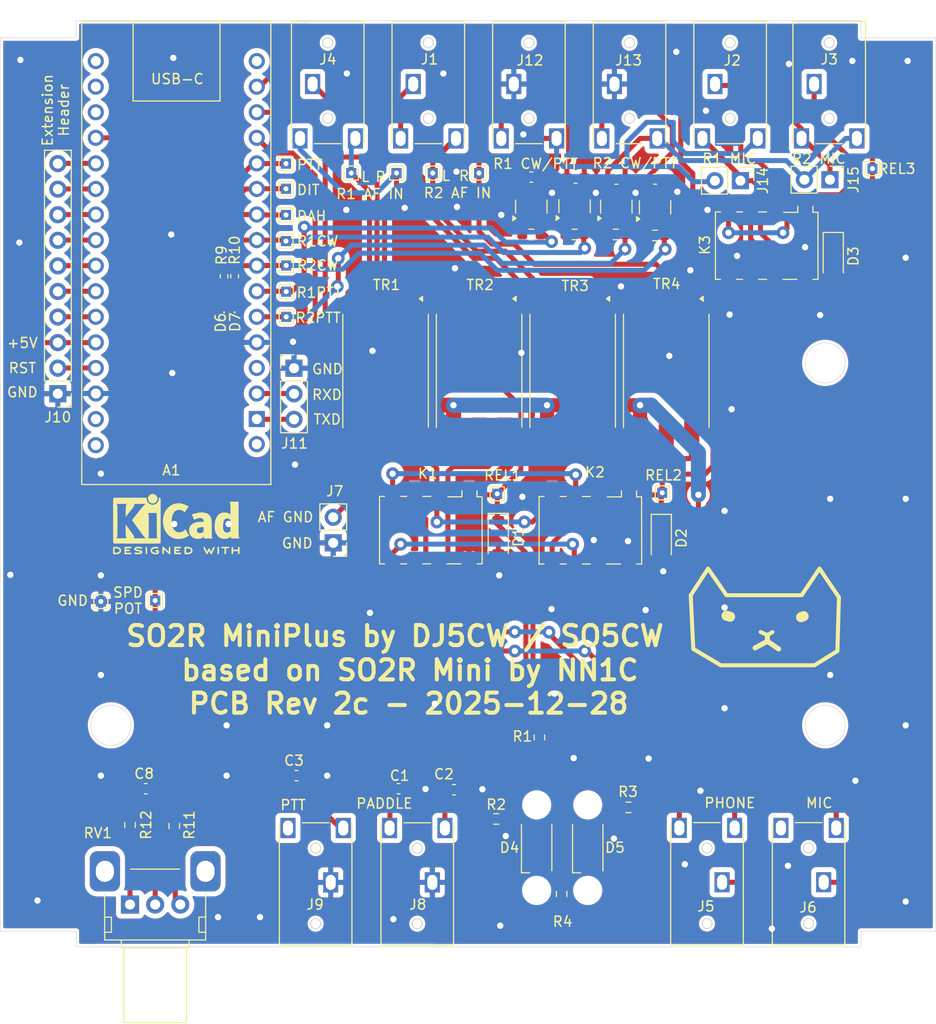
<source format=kicad_pcb>
(kicad_pcb (version 20241229) (generator "pcbnew") (generator_version "9.0")
  (layers (0 "F.Cu" signal) (2 "B.Cu" signal) (13 "F.Paste" user) (15 "B.Paste" user) (5 "F.SilkS" user "F.Silkscreen") (7 "B.SilkS" user "B.Silkscreen") (1 "F.Mask" user) (3 "B.Mask" user) (25 "Edge.Cuts" user))
  (net 0 "")
  (net 4 "GND")
  (net 6 "Net-(J3-PadS)")
  (net 7 "Net-(J14-Pin_1)")
  (net 8 "Net-(J2-PadS)")
  (net 9 "Net-(J15-Pin_1)")
  (net 10 "Net-(J5-PadT)")
  (net 11 "Net-(J5-PadR)")
  (net 12 "unconnected-(J6-PadR)")
  (net 13 "Net-(J6-PadS)")
  (net 14 "Net-(J6-PadT)")
  (net 15 "+5V")
  (net 17 "Net-(K2-Pad7)")
  (net 18 "Net-(K2-Pad2)")
  (net 27 "/R1_CW")
  (net 28 "/DIT_IN")
  (net 29 "/R2_CW")
  (net 30 "/REL3")
  (net 31 "/REL2")
  (net 32 "/PTT_IN")
  (net 33 "/R1_PTT")
  (net 34 "/R2_PTT")
  (net 35 "/REL1")
  (net 36 "/DAH_IN")
  (net 37 "/R1_AF_R")
  (net 38 "/R1_AF_L")
  (net 39 "R1_AF_GND")
  (net 40 "/R1_CW_OC")
  (net 41 "/R1_PTT_OC")
  (net 42 "R2_AF_GND")
  (net 43 "/R2_AF_R")
  (net 44 "/R2_AF_L")
  (net 45 "/R2_CW_OC")
  (net 46 "/R2_PTT_OC")
  (net 47 "OUT_AF_GND")
  (net 48 "Net-(A1-A0)")
  (net 49 "Net-(Q1-G)")
  (net 50 "Net-(Q2-G)")
  (net 51 "Net-(Q3-G)")
  (net 52 "Net-(Q4-G)")
  (net 53 "Net-(A1-A1)")
  (net 54 "Net-(A1-D0{slash}RX)")
  (net 55 "Net-(A1-A3)")
  (net 57 "Net-(A1-A5)")
  (net 58 "Net-(A1-A4)")
  (net 59 "Net-(A1-A6)")
  (net 61 "Net-(A1-D1{slash}TX)")
  (net 62 "Net-(A1-A2)")
  (net 63 "Net-(A1-A7)")
  (net 64 "/RST")
  (net 65 "Net-(D6-A)")
  (net 66 "Net-(K1-Pad7)")
  (net 67 "Net-(K1-Pad2)")
  (net 68 "Net-(K1-Pad4)")
  (net 69 "Net-(K1-Pad5)")
  (net 72 "Net-(D4-A1)")
  (net 73 "Net-(D4-A2)")
  (net 74 "Net-(D5-A2)")
  (net 75 "Net-(D5-A1)")
  (net 76 "Net-(D7-A)")
  (net 77 "Net-(R11-Pad2)")
  (net 78 "Net-(R12-Pad1)")
  (footprint "LED_SMD:LED_0402_1005Metric_Pad0.77x0.64mm_HandSolder" (layer "F.Cu") (at 133.3 77.7 90)
    (property "Reference" "D7")
    (property "Value" "LED" (hide yes))
  )
  (footprint "TestPoint:TestPoint_THTPad_1.0x1.0mm_Drill0.5mm" (layer "F.Cu") (at 157.59 65.14)
    (property "Reference" "TP4" (hide yes))
    (property "Value" "TestPoint" (hide yes))
  )
  (footprint "TestPoint:TestPoint_THTPad_1.0x1.0mm_Drill0.5mm" (layer "F.Cu") (at 138.4244 76.9208)
    (property "Reference" "TP13" (hide yes))
    (property "Value" "TestPoint" (hide yes))
  )
  (footprint "TestPoint:TestPoint_THTPad_1.0x1.0mm_Drill0.5mm" (layer "F.Cu") (at 120 107.7)
    (property "Reference" "TP16" (hide yes))
    (property "Value" "TestPoint" (hide yes))
  )
  (footprint "Connector_PinHeader_2.54mm:PinHeader_1x02_P2.54mm_Vertical" (layer "F.Cu") (at 192.475 65.8 -90)
    (property "Reference" "J15")
    (property "Value" "Conn_01x02_Pin" (hide yes))
  )
  (footprint "dj5cw:Transformer_Bourns_SM-LP-5001" (layer "F.Cu") (at 166.9 84.8 -90)
    (property "Reference" "TR3")
    (property "Value" "Bourns_SM-LP-5001" (hide yes))
  )
  (footprint "Package_TO_SOT_SMD:SOT-23" (layer "F.Cu") (at 167.09 68.44 90)
    (property "Reference" "Q1" (hide yes))
    (property "Value" "BSS138")
  )
  (footprint "Capacitor_SMD:C_0603_1608Metric_Pad1.08x0.95mm_HandSolder" (layer "F.Cu") (at 124.4625 126.3 180)
    (property "Reference" "C8")
    (property "Value" "100nF")
  )
  (footprint "Diode_SMD:D_SOD-123" (layer "F.Cu") (at 159.5 101.3 -90)
    (property "Reference" "D1")
    (property "Value" "D" (hide yes))
  )
  (footprint "Resistor_SMD:R_0402_1005Metric_Pad0.72x0.64mm_HandSolder" (layer "F.Cu") (at 133.3 75.4 90)
    (property "Reference" "R10")
    (property "Value" "5k6" (hide yes))
  )
  (footprint "TestPoint:TestPoint_THTPad_1.0x1.0mm_Drill0.5mm" (layer "F.Cu") (at 152.99 65.14)
    (property "Reference" "TP3" (hide yes))
    (property "Value" "TestPoint" (hide yes))
  )
  (footprint "dj5cw:Jack_3.5mm_Kycon_STX-3000_Horizontal" (layer "F.Cu") (at 162.55 48.2 -90)
    (property "Reference" "J12")
    (property "Value" "STX-3000")
    (fp_circle (center 4 0) (end 4.5 0) (stroke (width 0.1)) (fill no) (layer "Edge.Cuts"))
    (fp_circle (center 11.5 0) (end 12 0) (stroke (width 0.1)) (fill no) (layer "Edge.Cuts"))
  )
  (footprint "TestPoint:TestPoint_THTPad_1.0x1.0mm_Drill0.5mm" (layer "F.Cu") (at 125.4 107.6)
    (property "Reference" "TP14" (hide yes))
    (property "Value" "TestPoint" (hide yes))
  )
  (footprint "Diode_SMD:D_SOD-123" (layer "F.Cu") (at 192.8 73.4 -90)
    (property "Reference" "D3")
    (property "Value" "D" (hide yes))
  )
  (footprint "Capacitor_SMD:C_0603_1608Metric_Pad1.08x0.95mm_HandSolder" (layer "F.Cu") (at 139.45 125)
    (property "Reference" "C3")
    (property "Value" "100nF")
  )
  (footprint "dj5cw:Jack_3.5mm_Kycon_STX-3000_Horizontal" (layer "F.Cu") (at 141.35 143.7 90)
    (property "Reference" "J9")
    (property "Value" "STX-3000")
    (fp_circle (center 11.5 0) (end 12 0) (stroke (width 0.1)) (fill no) (layer "Edge.Cuts"))
    (fp_circle (center 4 0) (end 4.5 0) (stroke (width 0.1)) (fill no) (layer "Edge.Cuts"))
  )
  (footprint "dj5cw:JoyIT-Nano-V4" (layer "F.Cu") (at 135.5 89.58 180)
    (property "Reference" "A1")
    (property "Value" "Joy-IT-Nano_V4")
  )
  (footprint "Package_TO_SOT_SMD:SOT-23" (layer "F.Cu") (at 162.79 68.4775 90)
    (property "Reference" "Q3" (hide yes))
    (property "Value" "BSS138")
  )
  (footprint "TestPoint:TestPoint_THTPad_1.0x1.0mm_Drill0.5mm" (layer "F.Cu") (at 138.4244 74.3208)
    (property "Reference" "TP12" (hide yes))
    (property "Value" "TestPoint" (hide yes))
  )
  (footprint "Relay_SMD:Relay_DPDT_Omron_G6K-2F-Y" (layer "F.Cu") (at 168.66 100.61 -90)
    (property "Reference" "K2")
    (property "Value" "Omron G6K 2F Y")
  )
  (footprint "Capacitor_SMD:C_0603_1608Metric_Pad1.08x0.95mm_HandSolder" (layer "F.Cu") (at 167.19 65.64)
    (property "Reference" "C5" (hide yes))
    (property "Value" "100nF")
  )
  (footprint "Package_TO_SOT_SMD:SOT-23" (layer "F.Cu") (at 171.24 68.4775 90)
    (property "Reference" "Q4" (hide yes))
    (property "Value" "BSS138")
  )
  (footprint "dj5cw:Jack_3.5mm_Kycon_STX-3000_Horizontal" (layer "F.Cu") (at 192.4 48.2 -90)
    (property "Reference" "J3")
    (property "Value" "STX-3000")
    (fp_circle (center 4 0) (end 4.5 0) (stroke (width 0.1)) (fill no) (layer "Edge.Cuts"))
    (fp_circle (center 11.5 0) (end 12 0) (stroke (width 0.1)) (fill no) (layer "Edge.Cuts"))
  )
  (footprint "dj5cw:bobik" (layer "F.Cu") (at 186.7112 115.9154)
    (property "Reference" "FID1" (hide yes))
    (property "Value" "Bobik The Cat" (hide yes))
  )
  (footprint "Package_TO_SOT_SMD:SOT-23" (layer "F.Cu") (at 175.09 68.54 90)
    (property "Reference" "Q2" (hide yes))
    (property "Value" "BSS138")
  )
  (footprint "TestPoint:TestPoint_THTPad_1.0x1.0mm_Drill0.5mm" (layer "F.Cu") (at 144.89 65.14)
    (property "Reference" "TP1" (hide yes))
    (property "Value" "TestPoint" (hide yes))
  )
  (footprint "Symbol:KiCad-Logo2_5mm_SilkScreen" (layer "F.Cu") (at 127.5 100)
    (property "Reference" "FID2" (hide yes))
    (property "Value" "KiCad" (hide yes))
  )
  (footprint "Connector_PinHeader_2.54mm:PinHeader_1x02_P2.54mm_Vertical" (layer "F.Cu") (at 183.575 65.9 -90)
    (property "Reference" "J14")
    (property "Value" "Conn_01x02_Pin" (hide yes))
  )
  (footprint "TestPoint:TestPoint_THTPad_1.0x1.0mm_Drill0.5mm" (layer "F.Cu") (at 175.8 96.9)
    (property "Reference" "TP6" (hide yes))
    (property "Value" "TestPoint" (hide yes))
  )
  (footprint "TestPoint:TestPoint_THTPad_1.0x1.0mm_Drill0.5mm" (layer "F.Cu") (at 196.7 64.7)
    (property "Reference" "TP5" (hide yes))
    (property "Value" "TestPoint" (hide yes))
  )
  (footprint "TestPoint:TestPoint_THTPad_1.0x1.0mm_Drill0.5mm" (layer "F.Cu") (at 138.4 71.9)
    (property "Reference" "TP11" (hide yes))
    (property "Value" "TestPoint" (hide yes))
  )
  (footprint "TestPoint:TestPoint_THTPad_1.0x1.0mm_Drill0.5mm" (layer "F.Cu") (at 149.39 65.14)
    (property "Reference" "TP2" (hide yes))
    (property "Value" "TestPoint" (hide yes))
  )
  (footprint "TestPoint:TestPoint_THTPad_1.0x1.0mm_Drill0.5mm" (layer "F.Cu") (at 138.4244 79.4208)
    (property "Reference" "TP15" (hide yes))
    (property "Value" "TestPoint" (hide yes))
  )
  (footprint "dj5cw:Jack_3.5mm_Kycon_STX-3000_Horizontal" (layer "F.Cu") (at 172.55 48.2 -90)
    (property "Reference" "J13")
    (property "Value" "STX-3000")
    (fp_circle (center 4 0) (end 4.5 0) (stroke (width 0.1)) (fill no) (layer "Edge.Cuts"))
    (fp_circle (center 11.5 0) (end 12 0) (stroke (width 0.1)) (fill no) (layer "Edge.Cuts"))
  )
  (footprint "Resistor_SMD:R_0603_1608Metric_Pad0.98x0.95mm_HandSolder" (layer "F.Cu") (at 122.9 129.9125 90)
    (property "Reference" "R12")
    (property "Value" "10")
  )
  (footprint "dj5cw:Jack_3.5mm_Kycon_STX-3000_Horizontal" (layer "F.Cu") (at 190.35 143.6875 90)
    (property "Reference" "J6")
    (property "Value" "STX-3000")
    (fp_circle (center 11.5 0) (end 12 0) (stroke (width 0.1)) (fill no) (layer "Edge.Cuts"))
    (fp_circle (center 4 0) (end 4.5 0) (stroke (width 0.1)) (fill no) (layer "Edge.Cuts"))
  )
  (footprint "Resistor_SMD:R_0603_1608Metric_Pad0.98x0.95mm_HandSolder" (layer "F.Cu") (at 167.09 71.24)
    (property "Reference" "R5" (hide yes))
    (property "Value" "10")
  )
  (footprint "dj5cw:Transformer_Bourns_SM-LP-5001" (layer "F.Cu") (at 157.6 84.8 -90)
    (property "Reference" "TR2")
    (property "Value" "Bourns_SM-LP-5001" (hide yes))
  )
  (footprint "Resistor_SMD:R_0603_1608Metric_Pad0.98x0.95mm_HandSolder" (layer "F.Cu") (at 165.8 136.75 90)
    (property "Reference" "R4")
    (property "Value" "5k6")
  )
  (footprint "Resistor_SMD:R_0603_1608Metric_Pad0.98x0.95mm_HandSolder" (layer "F.Cu") (at 171.19 71.24)
    (property "Reference" "R8" (hide yes))
    (property "Value" "10")
  )
  (footprint "Resistor_SMD:R_0603_1608Metric_Pad0.98x0.95mm_HandSolder" (layer "F.Cu") (at 163.6 121.2 -90)
    (property "Reference" "R1")
    (property "Value" "5k6")
  )
  (footprint "dj5cw:Jack_3.5mm_Kycon_STX-3000_Horizontal" (layer "F.Cu") (at 152.55 48.2 -90)
    (property "Reference" "J1")
    (property "Value" "STX-3000")
    (fp_circle (center 4 0) (end 4.5 0) (stroke (width 0.1)) (fill no) (layer "Edge.Cuts"))
    (fp_circle (center 11.5 0) (end 12 0) (stroke (width 0.1)) (fill no) (layer "Edge.Cuts"))
  )
  (footprint "Connector_PinHeader_2.54mm:PinHeader_1x02_P2.54mm_Vertical" (layer "F.Cu") (at 143.1 101.875 180)
    (property "Reference" "J7")
    (property "Value" "Conn_01x02_Pin" (hide yes))
  )
  (footprint "TestPoint:TestPoint_THTPad_1.0x1.0mm_Drill0.5mm" (layer "F.Cu") (at 138.4 66.7)
    (property "Reference" "TP9" (hide yes))
    (property "Value" "TestPoint" (hide yes))
  )
  (footprint "Capacitor_SMD:C_0603_1608Metric_Pad1.08x0.95mm_HandSolder" (layer "F.Cu") (at 162.79 65.54)
    (property "Reference" "C4" (hide yes))
    (property "Value" "100nF")
  )
  (footprint "Resistor_SMD:R_0603_1608Metric_Pad0.98x0.95mm_HandSolder" (layer "F.Cu") (at 127.3 130 -90)
    (property "Reference" "R11")
    (property "Value" "10")
  )
  (footprint "Diode_SMD:D_SOD-123" (layer "F.Cu") (at 175.71 101.4 -90)
    (property "Reference" "D2")
    (property "Value" "D" (hide yes))
  )
  (footprint "Resistor_SMD:R_0603_1608Metric_Pad0.98x0.95mm_HandSolder" (layer "F.Cu") (at 162.8025 71.24)
    (property "Reference" "R7" (hide yes))
    (property "Value" "10")
  )
  (footprint "Resistor_SMD:R_0603_1608Metric_Pad0.98x0.95mm_HandSolder" (layer "F.Cu") (at 159.3 129.3)
    (property "Reference" "R2")
    (property "Value" "5k6")
  )
  (footprint "dj5cw:Transformer_Bourns_SM-LP-5001" (layer "F.Cu") (at 148.3 84.8 -90)
    (property "Reference" "TR1")
    (property "Value" "Bourns_SM-LP-5001" (hide yes))
  )
  (footprint "Capacitor_SMD:C_0603_1608Metric_Pad1.08x0.95mm_HandSolder" (layer "F.Cu") (at 171.2525 65.74)
    (property "Reference" "C7" (hide yes))
    (property "Value" "100nF")
  )
  (footprint "Capacitor_SMD:C_0603_1608Metric_Pad1.08x0.95mm_HandSolder" (layer "F.Cu") (at 175.09 65.74)
    (property "Reference" "C6" (hide yes))
    (property "Value" "100nF")
  )
  (footprint "dj5cw:LED_RGB_Wuerth-PLCC4_3.2x2.8mm_150141M173100" (layer "F.Cu") (at 163.32 132.15 90)
    (property "Reference" "D4")
    (property "Value" "LEDs Wuerth 150141RV731")
  )
  (footprint "dj5cw:Jack_3.5mm_Kycon_STX-3000_Horizontal" (layer "F.Cu") (at 182.55 48.2 -90)
    (property "Reference" "J2")
    (property "Value" "STX-3000")
    (fp_circle (center 4 0) (end 4.5 0) (stroke (width 0.1)) (fill no) (layer "Edge.Cuts"))
    (fp_circle (center 11.5 0) (end 12 0) (stroke (width 0.1)) (fill no) (layer "Edge.Cuts"))
  )
  (footprint "Potentiometer_THT:Potentiometer_Alps_RK09K_Single_Horizontal" (layer "F.Cu") (at 122.9 137.8 90)
    (property "Reference" "RV1")
    (property "Value" "RK09K")
  )
  (footprint "Relay_SMD:Relay_DPDT_Omron_G6K-2F-Y" (layer "F.Cu") (at 186.19 72.34 -90)
    (property "Reference" "K3")
    (property "Value" "Omron G6K 2F Y")
  )
  (footprint "TestPoint:TestPoint_THTPad_1.0x1.0mm_Drill0.5mm" (layer "F.Cu") (at 159.4 97)
    (property "Reference" "TP7" (hide yes))
    (property "Value" "TestPoint" (hide yes))
  )
  (footprint "TestPoint:TestPoint_THTPad_1.0x1.0mm_Drill0.5mm" (layer "F.Cu") (at 138.4 64.2)
    (property "Reference" "TP8" (hide yes))
    (property "Value" "TestPoint" (hide yes))
  )
  (footprint "Connector_PinHeader_2.54mm:PinHeader_1x10_P2.54mm_Vertical" (layer "F.Cu") (at 115.7244 87.0608 180)
    (property "Reference" "J10")
    (property "Value" "Conn_01x10_Pin" (hide yes))
  )
  (footprint "Resistor_SMD:R_0402_1005Metric_Pad0.72x0.64mm_HandSolder" (layer "F.Cu") (at 132.25 75.4 90)
    (property "Reference" "R9")
    (property "Value" "5k6" (hide yes))
  )
  (footprint "dj5cw:LED_RGB_Wuerth-PLCC4_3.2x2.8mm_150141M173100" (layer "F.Cu") (at 168.4 132.15 90)
    (property "Reference" "D5")
    (property "Value" "LED_Dual_AAKK")
  )
  (footprint "Resistor_SMD:R_0603_1608Metric_Pad0.98x0.95mm_HandSolder" (layer "F.Cu") (at 175.09 71.34)
    (property "Reference" "R6" (hide yes))
    (property "Value" "10")
  )
  (footprint "Capacitor_SMD:C_0603_1608Metric_Pad1.08x0.95mm_HandSolder" (layer "F.Cu") (at 149.6 126.3 180)
    (property "Reference" "C1")
    (property "Value" "100nF")
  )
  (footprint "TestPoint:TestPoint_THTPad_1.0x1.0mm_Drill0.5mm" (layer "F.Cu") (at 138.4 69.3)
    (property "Reference" "TP10" (hide yes))
    (property "Value" "TestPoint" (hide yes))
  )
  (footprint "LED_SMD:LED_0402_1005Metric_Pad0.77x0.64mm_HandSolder" (layer "F.Cu") (at 132.25 77.7 90)
    (property "Reference" "D6")
    (property "Value" "LED" (hide yes))
  )
  (footprint "dj5cw:Jack_3.5mm_Kycon_STX-3000_Horizontal" (layer "F.Cu") (at 180.25 143.6875 90)
    (property "Reference" "J5")
    (property "Value" "STX-3000")
    (fp_circle (center 11.5 0) (end 12 0) (stroke (width 0.1)) (fill no) (layer "Edge.Cuts"))
    (fp_circle (center 4 0) (end 4.5 0) (stroke (width 0.1)) (fill no) (layer "Edge.Cuts"))
  )
  (footprint "Relay_SMD:Relay_DPDT_Omron_G6K-2F-Y" (layer "F.Cu") (at 152.8 100.6 -90)
    (property "Reference" "K1")
    (property "Value" "Omron G6K 2F Y")
  )
  (footprint "Capacitor_SMD:C_0603_1608Metric_Pad1.08x0.95mm_HandSolder" (layer "F.Cu") (at 155.1 126.4)
    (property "Reference" "C2")
    (property "Value" "100nF")
  )
  (footprint "dj5cw:Jack_3.5mm_Kycon_STX-3000_Horizontal" (layer "F.Cu") (at 151.45 143.7 90)
    (property "Reference" "J8")
    (property "Value" "STX-3000")
    (fp_circle (center 11.5 0) (end 12 0) (stroke (width 0.1)) (fill no) (layer "Edge.Cuts"))
    (fp_circle (center 4 0) (end 4.5 0) (stroke (width 0.1)) (fill no) (layer "Edge.Cuts"))
  )
  (footprint "dj5cw:Jack_3.5mm_Kycon_STX-3000_Horizontal" (layer "F.Cu") (at 142.55 48.2 -90)
    (property "Reference" "J4")
    (property "Value" "STX-3000")
    (fp_circle (center 4 0) (end 4.5 0) (stroke (width 0.1)) (fill no) (layer "Edge.Cuts"))
    (fp_circle (center 11.5 0) (end 12 0) (stroke (width 0.1)) (fill no) (layer "Edge.Cuts"))
  )
  (footprint "Connector_PinHeader_2.54mm:PinHeader_1x03_P2.54mm_Vertical" (layer "F.Cu") (at 139.2 84.525)
    (property "Reference" "J11")
    (property "Value" "Conn_01x03_Pin" (hide yes))
  )
  (footprint "dj5cw:Transformer_Bourns_SM-LP-5001" (layer "F.Cu") (at 176.2 84.8 -90)
    (property "Reference" "TR4")
    (property "Value" "Bourns_SM-LP-5001" (hide yes))
  )
  (footprint "Resistor_SMD:R_0603_1608Metric_Pad0.98x0.95mm_HandSolder" (layer "F.Cu") (at 172.45 128.15 180)
    (property "Reference" "R3")
    (property "Value" "5k6")
  )
  (gr_circle (center 121 120) (end 123 120) (stroke (width 0.05)) (fill no) (layer "Edge.Cuts"))
  (gr_circle (center 192 84) (end 194 84) (stroke (width 0.05)) (fill no) (layer "Edge.Cuts"))
  (gr_circle (center 192 120) (end 194 120) (stroke (width 0.05)) (fill no) (layer "Edge.Cuts"))
  (gr_poly (pts (xy 117.55 50) (xy 195.55 50) (xy 195.55 51.7) (xy 203 51.7) (xy 203 140.45) (xy 195.55 140.45) (xy 195.55 142) (xy 117.55 142) (xy 117.55 140.45) (xy 110 140.45) (xy 110 51.7) (xy 117.55 51.7)) (stroke (width 0.05)) (fill no) (layer "Edge.Cuts"))
  (gr_text "RST" (at 112.2 85.1 0) (layer "F.SilkS") (effects (font (size 1 1)) (justify bottom)))
  (gr_text "REL1" (at 158 95.75 0) (layer "F.SilkS") (effects (font (size 1 1)) (justify left bottom)))
  (gr_text "RXD" (at 140.9 87.75 0) (layer "F.SilkS") (effects (font (size 1 1)) (justify left bottom)))
  (gr_text "R1 AF IN" (at 143.3 67.8 0) (layer "F.SilkS") (effects (font (size 1 1)) (justify left bottom)))
  (gr_text "R1PTT\n" (at 141.7 77.6 0) (layer "F.SilkS") (effects (font (size 1 1)) (justify bottom)))
  (gr_text "GND" (at 137.9 102.5 0) (layer "F.SilkS") (effects (font (size 1 1)) (justify left bottom)))
  (gr_text "L" (at 146.3 66.1 0) (layer "F.SilkS") (effects (font (size 1 1)) (justify bottom)))
  (gr_text "R" (at 147.8 66.1 0) (layer "F.SilkS") (effects (font (size 1 1)) (justify bottom)))
  (gr_text "PTT" (at 137.75 128.5 0) (layer "F.SilkS") (effects (font (size 1 1)) (justify left bottom)))
  (gr_text "Extension\nHeader" (at 116.9 58.9 90) (layer "F.SilkS") (effects (font (size 1 1)) (justify bottom)))
  (gr_text "R1CW" (at 139.4 72.5 0) (layer "F.SilkS") (effects (font (size 1 1)) (justify left bottom)))
  (gr_text "R2CW" (at 139.4 74.9 0) (layer "F.SilkS") (effects (font (size 1 1)) (justify left bottom)))
  (gr_text "R1 CW/PTT" (at 158.9 64.8 0) (layer "F.SilkS") (effects (font (size 1 1)) (justify left bottom)))
  (gr_text "SO2R MiniPlus by DJ5CW / SO5CW" (at 122.3 112.3 0) (layer "F.SilkS") (effects (font (size 2 2) (thickness 0.4) (bold yes)) (justify left bottom)))
  (gr_text "AF GND" (at 135.5 99.9 0) (layer "F.SilkS") (effects (font (size 1 1)) (justify left bottom)))
  (gr_text "R2PTT\n" (at 141.6 80.1 0) (layer "F.SilkS") (effects (font (size 1 1)) (justify bottom)))
  (gr_text "PCB Rev 2c - 2025-12-28" (at 128.52 119.01 0) (layer "F.SilkS") (effects (font (size 2 2) (thickness 0.4) (bold yes)) (justify left bottom)))
  (gr_text "PTT" (at 139.4 64.9 0) (layer "F.SilkS") (effects (font (size 1 1)) (justify left bottom)))
  (gr_text "GND" (at 117.2 108.2 0) (layer "F.SilkS") (effects (font (size 1 1)) (justify bottom)))
  (gr_text "DAH" (at 139.4 70 0) (layer "F.SilkS") (effects (font (size 1 1)) (justify left bottom)))
  (gr_text "TXD" (at 141.05 90.2 0) (layer "F.SilkS") (effects (font (size 1 1)) (justify left bottom)))
  (gr_text "R2 AF IN" (at 152 67.7 0) (layer "F.SilkS") (effects (font (size 1 1)) (justify left bottom)))
  (gr_text "L" (at 154.3 66 0) (layer "F.SilkS") (effects (font (size 1 1)) (justify bottom)))
  (gr_text "REL2" (at 174 95.75 0) (layer "F.SilkS") (effects (font (size 1 1)) (justify left bottom)))
  (gr_text "based on SO2R Mini by NN1C" (at 127.8 115.7 0) (layer "F.SilkS") (effects (font (size 2 2) (thickness 0.4) (bold yes)) (justify left bottom)))
  (gr_text "PHONE" (at 179.9 128.3 0) (layer "F.SilkS") (effects (font (size 1 1)) (justify left bottom)))
  (gr_text "R2 CW/PTT" (at 168.79 64.74 0) (layer "F.SilkS") (effects (font (size 1 1)) (justify left bottom)))
  (gr_text "DIT" (at 139.4 67.4 0) (layer "F.SilkS") (effects (font (size 1 1)) (justify left bottom)))
  (gr_text "R2 MIC" (at 188.6 64.3 0) (layer "F.SilkS") (effects (font (size 1 1)) (justify left bottom)))
  (gr_text "GND" (at 140.9 85.2 0) (layer "F.SilkS") (effects (font (size 1 1)) (justify left bottom)))
  (gr_text "R1 MIC" (at 179.7 64.3 0) (layer "F.SilkS") (effects (font (size 1 1)) (justify left bottom)))
  (gr_text "PADDLE" (at 145.3 128.35 0) (layer "F.SilkS") (effects (font (size 1 1)) (justify left bottom)))
  (gr_text "GND" (at 112.2 87.5 0) (layer "F.SilkS") (effects (font (size 1 1)) (justify bottom)))
  (gr_text "SPD\nPOT" (at 122.7 109 0) (layer "F.SilkS") (effects (font (size 1 1)) (justify bottom)))
  (gr_text "+5V" (at 112.2 82.6 0) (layer "F.SilkS") (effects (font (size 1 1)) (justify bottom)))
  (gr_text "REL3" (at 197.2 65.3 0) (layer "F.SilkS") (effects (font (size 1 1)) (justify left bottom)))
  (gr_text "MIC" (at 190 128.3 0) (layer "F.SilkS") (effects (font (size 1 1)) (justify left bottom)))
  (gr_text "R" (at 156.1 66 0) (layer "F.SilkS") (effects (font (size 1 1)) (justify bottom)))
  (segment (start 119.5 87.04) (end 115.7452 87.04) (width 0.5) (layer "F.Cu") (net 4))
  (segment (start 115.7452 87.04) (end 115.7244 87.0608) (width 0.5) (layer "F.Cu") (net 4))
  (segment (start 175.71 102.11) (end 175.8 102.2) (width 0.2) (layer "F.Cu") (net 4))
  (segment (start 175.71 101.7975) (end 175.71 102.11) (width 0.2) (layer "F.Cu") (net 4))
  (via (at 192.5 97.5) (size 1.27) (drill 0.63) (layers "F.Cu" "B.Cu") (net 4))
  (via (at 144.4 68.8) (size 1.27) (drill 0.63) (layers "F.Cu" "B.Cu") (net 4))
  (via (at 113.7 137.4) (size 1.27) (drill 0.63) (layers "F.Cu" "B.Cu") (net 4))
  (via (at 182 98.7) (size 1.27) (drill 0.63) (layers "F.Cu" "B.Cu") (net 4))
  (via (at 162 61.3) (size 1.27) (drill 0.63) (layers "F.Cu" "B.Cu") (net 4))
  (via (at 169.2 67.1) (size 1.27) (drill 0.63) (layers "F.Cu" "B.Cu") (net 4))
  (via (at 188.4 54.3) (size 1.27) (drill 0.63) (layers "F.Cu" "B.Cu") (net 4))
  (via (at 186.7 140.2) (size 1.27) (drill 0.63) (layers "F.Cu" "B.Cu") (net 4))
  (via (at 120 115) (size 1.27) (drill 0.63) (layers "F.Cu" "B.Cu") (net 4))
  (via (at 176.5 83.3) (size 1.27) (drill 0.63) (layers "F.Cu" "B.Cu") (net 4))
  (via (at 111 105.05) (size 1.27) (drill 0.63) (layers "F.Cu" "B.Cu") (net 4))
  (via (at 190 72.5) (size 1.27) (drill 0.63) (layers "F.Cu" "B.Cu") (net 4))
  (via (at 182.5 79.2) (size 1.27) (drill 0.63) (layers "F.Cu" "B.Cu") (net 4))
  (via (at 120 125) (size 1.27) (drill 0.63) (layers "F.Cu" "B.Cu") (net 4))
  (via (at 200 120) (size 1.27) (drill 0.63) (layers "F.Cu" "B.Cu") (net 4))
  (via (at 132.7 100) (size 1.27) (drill 0.63) (layers "F.Cu" "B.Cu") (net 4))
  (via (at 192.5 115) (size 1.27) (drill 0.63) (layers "F.Cu" "B.Cu") (net 4))
  (via (at 188.3 133.95) (size 1.27) (drill 0.63) (layers "F.Cu" "B.Cu") (net 4))
  (via (at 182.7 88.6) (size 1.27) (drill 0.63) (layers "F.Cu" "B.Cu") (net 4))
  (via (at 131.65 139.05) (size 1.27) (drill 0.63) (layers "F.Cu" "B.Cu") (net 4))
  (via (at 200 137.5) (size 1.27) (drill 0.63) (layers "F.Cu" "B.Cu") (net 4))
  (via (at 146.75 108.825) (size 1.27) (drill 0.63) (layers "F.Cu" "B.Cu") (net 4))
  (via (at 152.275 126.325) (size 1.27) (drill 0.63) (layers "F.Cu" "B.Cu") (net 4))
  (via (at 171.7 76.4) (size 1.27) (drill 0.63) (layers "F.Cu" "B.Cu") (net 4))
  (via (at 157.925 126.35) (size 1.27) (drill 0.63) (layers "F.Cu" "B.Cu") (net 4))
  (via (at 164.85 67.1) (size 1.27) (drill 0.63) (layers "F.Cu" "B.Cu") (net 4))
  (via (at 178.6 74.8) (size 1.27) (drill 0.63) (layers "F.Cu" "B.Cu") (net 4))
  (via (at 177.2 53.1) (size 1.27) (drill 0.63) (layers "F.Cu" "B.Cu") (net 4))
  (via (at 159.8 69.3) (size 1.27) (drill 0.63) (layers "F.Cu" "B.Cu") (net 4))
  (via (at 179.6 126.5) (size 1.27) (drill 0.63) (layers "F.Cu" "B.Cu") (net 4))
  (via (at 144.45 55.25) (size 1.27) (drill 0.63) (layers "F.Cu" "B.Cu") (net 4))
  (via (at 178.05 133.8) (size 1.27) (drill 0.63) (layers "F.Cu" "B.Cu") (net 4))
  (via (at 174.15 108.55) (size 1.27) (drill 0.63) (layers "F.Cu" "B.Cu") (net 4))
  (via (at 191.5 79.25) (size 1.27) (drill 0.63) (layers "F.Cu" "B.Cu") (net 4))
  (via (at 155.4 68.5) (size 1.27) (drill 0.63) (layers "F.Cu" "B.Cu") (net 4))
  (via (at 175.9 104.7) (size 1.27) (drill 0.63) (layers "F.Cu" "B.Cu") (net 4))
  (via (at 171 131.25) (size 1.27) (drill 0.63) (layers "F.Cu" "B.Cu") (net 4))
  (via (at 182 108.3) (size 1.27) (drill 0.63) (layers "F.Cu" "B.Cu") (net 4))
  (via (at 132.5 125) (size 1.27) (drill 0.63) (layers "F.Cu" "B.Cu") (net 4))
  (via (at 177.3 67) (size 1.27) (drill 0.63) (layers "F.Cu" "B.Cu") (net 4))
  (via (at 139.1 81.9) (size 1.27) (drill 0.63) (layers "F.Cu" "B.Cu") (net 4))
  (via (at 195 125.5) (size 1.27) (drill 0.63) (layers "F.Cu" "B.Cu") (net 4))
  (via (at 165.1 116.85) (size 1.27) (drill 0.63) (layers "F.Cu" "B.Cu") (net 4))
  (via (at 142.5 125) (size 1.27) (drill 0.63) (layers "F.Cu" "B.Cu") (net 4))
  (via (at 180.3 68.8) (size 1.27) (drill 0.63) (layers "F.Cu" "B.Cu") (net 4))
  (via (at 112 53.9) (size 1.27) (drill 0.63) (layers "F.Cu" "B.Cu") (net 4))
  (via (at 139.3 94.1) (size 1.27) (drill 0.63) (layers "F.Cu" "B.Cu") (net 4))
  (via (at 111.9 72.05) (size 1.27) (drill 0.63) (layers "F.Cu" "B.Cu") (net 4))
  (via (at 160.25 131) (size 1.27) (drill 0.63) (layers "F.Cu" "B.Cu") (net 4))
  (via (at 174.45 123.3) (size 1.27) (drill 0.63) (layers "F.Cu" "B.Cu") (net 4))
  (via (at 132.5 120) (size 1.27) (drill 0.63) (layers "F.Cu" "B.Cu") (net 4))
  (via (at 135.825 139.05) (size 1.27) (drill 0.63) (layers "F.Cu" "B.Cu") (net 4))
  (via (at 161.8 83) (size 1.27) (drill 0.63) (layers "F.Cu" "B.Cu") (net 4))
  (via (at 155.35 65) (size 1.27) (drill 0.63) (layers "F.Cu" "B.Cu") (net 4))
  (via (at 142.5 120) (size 1.27) (drill 0.63) (layers "F.Cu" "B.Cu") (net 4))
  (via (at 180.15 58.95) (size 1.27) (drill 0.63) (layers "F.Cu" "B.Cu") (net 4))
  (via (at 159.6 105.1) (size 1.27) (drill 0.63) (layers "F.Cu" "B.Cu") (net 4))
  (via (at 183.24 73.37) (size 1.27) (drill 0.63) (layers "F.Cu" "B.Cu") (net 4))
  (via (at 149.075 139.25) (size 1.27) (drill 0.63) (layers "F.Cu" "B.Cu") (net 4))
  (via (at 127.2 53.7) (size 1.27) (drill 0.63) (layers "F.Cu" "B.Cu") (net 4))
  (via (at 182 118.3) (size 1.27) (drill 0.63) (layers "F.Cu" "B.Cu") (net 4))
  (via (at 194.7 54) (size 1.27) (drill 0.63) (layers "F.Cu" "B.Cu") (net 4))
  (via (at 127.1 85) (size 1.27) (drill 0.63) (layers "F.Cu" "B.Cu") (net 4))
  (via (at 147 82.8) (size 1.27) (drill 0.63) (layers "F.Cu" "B.Cu") (net 4))
  (via (at 153.2 117.85) (size 1.27) (drill 0.63) (layers "F.Cu" "B.Cu") (net 4))
  (via (at 127 71.25) (size 1.27) (drill 0.63) (layers "F.Cu" "B.Cu") (net 4))
  (via (at 169 101.6) (size 1.27) (drill 0.63) (layers "F.Cu" "B.Cu") (net 4))
  (via (at 200 97.5) (size 1.27) (drill 0.63) (layers "F.Cu" "B.Cu") (net 4))
  (via (at 120 105.1) (size 1.27) (drill 0.63) (layers "F.Cu" "B.Cu") (net 4))
  (via (at 155.2 74.6) (size 1.27) (drill 0.63) (layers "F.Cu" "B.Cu") (net 4))
  (via (at 164.8 108.45) (size 1.27) (drill 0.63) (layers "F.Cu" "B.Cu") (net 4))
  (via (at 127.3 100) (size 1.27) (drill 0.63) (layers "F.Cu" "B.Cu") (net 4))
  (via (at 172.4 101.7) (size 1.27) (drill 0.63) (layers "F.Cu" "B.Cu") (net 4))
  (via (at 167 123.25) (size 1.27) (drill 0.63) (layers "F.Cu" "B.Cu") (net 4))
  (via (at 150.2 68.6) (size 1.27) (drill 0.63) (layers "F.Cu" "B.Cu") (net 4))
  (via (at 200 73.55) (size 1.27) (drill 0.63) (layers "F.Cu" "B.Cu") (net 4))
  (via (at 154.05 55.25) (size 1.27) (drill 0.63) (layers "F.Cu" "B.Cu") (net 4))
  (via (at 173.15 67.1) (size 1.27) (drill 0.63) (layers "F.Cu" "B.Cu") (net 4))
  (via (at 120 95) (size 1.27) (drill 0.63) (layers "F.Cu" "B.Cu") (net 4))
  (via (at 200.2 54) (size 1.27) (drill 0.63) (layers "F.Cu" "B.Cu") (net 4))
  (via (at 161.9 97.3) (size 1.27) (drill 0.63) (layers "F.Cu" "B.Cu") (net 4))
  (via (at 159.7 139.9) (size 1.27) (drill 0.63) (layers "F.Cu" "B.Cu") (net 4))
  (segment (start 188.2 67.5) (end 188.2 70.64) (width 0.5) (layer "F.Cu") (net 6))
  (segment (start 190.9 60.1) (end 190.9 56.3) (width 0.5) (layer "F.Cu") (net 6))
  (segment (start 188.2 67.5) (end 188.4 67.3) (width 0.5) (layer "F.Cu") (net 6))
  (segment (start 194.7 63.9) (end 190.9 60.1) (width 0.5) (layer "F.Cu") (net 6))
  (segment (start 182.39 68.84) (end 182.39 71.07) (width 0.5) (layer "F.Cu") (net 6))
  (segment (start 188.2 70.64) (end 187.72 71.12) (width 0.5) (layer "F.Cu") (net 6))
  (segment (start 188.4 67.3) (end 193.475 67.3) (width 0.5) (layer "F.Cu") (net 6))
  (segment (start 194.7 66.075) (end 194.7 63.9) (width 0.5) (layer "F.Cu") (net 6))
  (segment (start 193.475 67.3) (end 194.7 66.075) (width 0.5) (layer "F.Cu") (net 6))
  (via (at 182.39 71.07) (size 1.27) (drill 0.63) (layers "F.Cu" "B.Cu") (net 6))
  (via (at 187.81 71.06) (size 1.27) (drill 0.63) (layers "F.Cu" "B.Cu") (net 6))
  (segment (start 182.39 71.07) (end 187.8 71.07) (width 0.5) (layer "B.Cu") (net 6))
  (segment (start 187.8 71.07) (end 187.81 71.06) (width 0.5) (layer "B.Cu") (net 6))
  (segment (start 183.475 65.375) (end 179.8 61.7) (width 0.5) (layer "F.Cu") (net 7))
  (segment (start 185.57 71.07) (end 185.57 66.68) (width 0.5) (layer "F.Cu") (net 7))
  (segment (start 185.57 66.68) (end 184.79 65.9) (width 0.5) (layer "F.Cu") (net 7))
  (segment (start 186.79 72.29) (end 185.57 71.07) (width 0.5) (layer "F.Cu") (net 7))
  (segment (start 184.79 65.9) (end 183.575 65.9) (width 0.5) (layer "F.Cu") (net 7))
  (segment (start 186.79 75.84) (end 186.79 72.29) (width 0.5) (layer "F.Cu") (net 7))
  (segment (start 184.2 64) (end 185.4 64) (width 0.5) (layer "F.Cu") (net 8))
  (segment (start 183.613279 57.363279) (end 183.613279 63.413279) (width 0.5) (layer "F.Cu") (net 8))
  (segment (start 186.79 65.39) (end 186.79 68.84) (width 0.5) (layer "F.Cu") (net 8))
  (segment (start 183.613279 63.413279) (end 184.2 64) (width 0.5) (layer "F.Cu") (net 8))
  (segment (start 182.69 56.44) (end 183.613279 57.363279) (width 0.5) (layer "F.Cu") (net 8))
  (segment (start 180.79 56.44) (end 182.69 56.44) (width 0.5) (layer "F.Cu") (net 8))
  (segment (start 185.4 64) (end 186.79 65.39) (width 0.5) (layer "F.Cu") (net 8))
  (segment (start 189.65 60.75) (end 189.65 61.7) (width 0.5) (layer "F.Cu") (net 9))
  (segment (start 189.8 61.7) (end 192.475 64.375) (width 0.5) (layer "F.Cu") (net 9))
  (segment (start 192.475 65.8) (end 192.475 65.575) (width 0.2) (layer "F.Cu") (net 9))
  (segment (start 192.475 64.375) (end 192.475 65.8) (width 0.5) (layer "F.Cu") (net 9))
  (segment (start 178.75 54.2) (end 183.1 54.2) (width 0.5) (layer "F.Cu") (net 9))
  (segment (start 189.65 61.7) (end 189.8 61.7) (width 0.5) (layer "F.Cu") (net 9))
  (segment (start 178.84 65.19) (end 177.65 64) (width 0.5) (layer "F.Cu") (net 9))
  (segment (start 177.65 55.3) (end 178.75 54.2) (width 0.5) (layer "F.Cu") (net 9))
  (segment (start 192.475 65.575) (end 192.4 65.5) (width 0.2) (layer "F.Cu") (net 9))
  (segment (start 183.1 54.2) (end 189.65 60.75) (width 0.5) (layer "F.Cu") (net 9))
  (segment (start 177.65 64) (end 177.65 55.3) (width 0.5) (layer "F.Cu") (net 9))
  (segment (start 182.39 75.84) (end 178.84 72.29) (width 0.5) (layer "F.Cu") (net 9))
  (segment (start 178.84 72.29) (end 178.84 65.19) (width 0.5) (layer "F.Cu") (net 9))
  (segment (start 151.2 105.5) (end 158.315 112.615) (width 0.5) (layer "F.Cu") (net 10))
  (segment (start 168.315 112.615) (end 183 127.3) (width 0.5) (layer "F.Cu") (net 10))
  (segment (start 183 127.3) (end 183 130.1875) (width 0.5) (layer "F.Cu") (net 10))
  (segment (start 158.315 112.615) (end 161.15 112.615) (width 0.5) (layer "F.Cu") (net 10))
  (segment (start 151.2 104.1) (end 151.2 105.5) (width 0.5) (layer "F.Cu") (net 10))
  (segment (start 168.1 112.615) (end 168.315 112.615) (width 0.5) (layer "F.Cu") (net 10))
  (via (at 161.15 112.615) (size 1.27) (drill 0.63) (layers "F.Cu" "B.Cu") (net 10))
  (via (at 168.1 112.615) (size 1.27) (drill 0.63) (layers "F.Cu" "B.Cu") (net 10))
  (segment (start 161.15 112.615) (end 168.1 112.615) (width 0.5) (layer "B.Cu") (net 10))
  (segment (start 164.55 110.75) (end 164.55 110.899422) (width 0.5) (layer "F.Cu") (net 11))
  (segment (start 177.5 123.849422) (end 177.5 130.1875) (width 0.5) (layer "F.Cu") (net 11))
  (segment (start 152.3 99.5) (end 151.2 98.4) (width 0.5) (layer "F.Cu") (net 11))
  (segment (start 177.6875 130.1875) (end 177.7 130.2) (width 0.2) (layer "F.Cu") (net 11))
  (segment (start 177.5 130.1875) (end 177.6875 130.1875) (width 0.2) (layer "F.Cu") (net 11))
  (segment (start 161.15 110.715) (end 157.715 110.715) (width 0.5) (layer "F.Cu") (net 11))
  (segment (start 151.2 98.4) (end 151.2 97.1) (width 0.5) (layer "F.Cu") (net 11))
  (segment (start 161.15 110.715) (end 161.05 110.615) (width 0.5) (layer "F.Cu") (net 11))
  (segment (start 157.715 110.715) (end 152.3 105.3) (width 0.5) (layer "F.Cu") (net 11))
  (segment (start 164.55 110.899422) (end 177.5 123.849422) (width 0.5) (layer "F.Cu") (net 11))
  (segment (start 152.3 105.3) (end 152.3 99.5) (width 0.5) (layer "F.Cu") (net 11))
  (via (at 164.55 110.75) (size 1.27) (drill 0.63) (layers "F.Cu" "B.Cu") (net 11))
  (via (at 161.15 110.715) (size 1.27) (drill 0.63) (layers "F.Cu" "B.Cu") (net 11))
  (segment (start 164.515 110.715) (end 161.15 110.715) (width 0.5) (layer "B.Cu") (net 11))
  (segment (start 164.55 110.75) (end 164.515 110.715) (width 0.5) (layer "B.Cu") (net 11))
  (segment (start 187.6 130.1875) (end 187.5 130.0875) (width 0.5) (layer "F.Cu") (net 12))
  (segment (start 191.85 135.5875) (end 194.0125 135.5875) (width 0.5) (layer "F.Cu") (net 13))
  (segment (start 185.4 119.8) (end 185.33995 119.8) (width 0.5) (layer "F.Cu") (net 13))
  (segment (start 185.75 76.62) (end 185.75 72.87) (width 0.5) (layer "F.Cu") (net 13))
  (segment (start 185.75 72.87) (end 184.59 71.71) (width 0.5) (layer "F.Cu") (net 13))
  (segment (start 185.291 119.75105) (end 185.291 77.079) (width 0.5) (layer "F.Cu") (net 13))
  (segment (start 194.8 134.8) (end 194.8 129.2) (width 0.5) (layer "F.Cu") (net 13))
  (segment (start 194.8 129.2) (end 185.4 119.8) (width 0.5) (layer "F.Cu") (net 13))
  (segment (start 185.291 77.079) (end 185.75 76.62) (width 0.5) (layer "F.Cu") (net 13))
  (segment (start 185.33995 119.8) (end 185.291 119.75105) (width 0.5) (layer "F.Cu") (net 13))
  (segment (start 194.0125 135.5875) (end 194.8 134.8) (width 0.5) (layer "F.Cu") (net 13))
  (segment (start 184.59 71.71) (end 184.59 68.84) (width 0.5) (layer "F.Cu") (net 13))
  (segment (start 184.59 75.84) (end 184.59 120.14) (width 0.5) (layer "F.Cu") (net 14))
  (segment (start 193.1 128.65) (end 193.1 130.1875) (width 0.5) (layer "F.Cu") (net 14))
  (segment (start 184.59 120.14) (end 193.1 128.65) (width 0.5) (layer "F.Cu") (net 14))
  (segment (start 116.7 125.4) (end 116.7 137.55) (width 0.5) (layer "F.Cu") (net 15))
  (segment (start 119.7852 81.96) (end 119.7644 81.9808) (width 0.5) (layer "F.Cu") (net 15))
  (segment (start 119.498 81.96) (end 119.7852 81.96) (width 0.5) (layer "F.Cu") (net 15))
  (segment (start 133.9 141.05) (end 152.425 141.05) (width 0.5) (layer "F.Cu") (net 15))
  (segment (start 131.2875 129.0875) (end 133.9 131.7) (width 0.5) (layer "F.Cu") (net 15))
  (segment (start 116.7 137.55) (end 120.2 141.05) (width 0.5) (layer "F.Cu") (net 15))
  (segment (start 113.4192 81.9808) (end 112.85 82.55) (width 0.5) (layer "F.Cu") (net 15))
  (segment (start 115.7244 81.9808) (end 113.4192 81.9808) (width 0.5) (layer "F.Cu") (net 15))
  (segment (start 127.3 129.0875) (end 131.2875 129.0875) (width 0.5) (layer "F.Cu") (net 15))
  (segment (start 112.85 82.55) (end 112.85 121.55) (width 0.5) (layer "F.Cu") (net 15))
  (segment (start 120.2 141.05) (end 133.9 141.05) (width 0.5) (layer "F.Cu") (net 15))
  (segment (start 119.7644 81.9808) (end 115.7244 81.9808) (width 0.5) (layer "F.Cu") (net 15))
  (segment (start 152.425 141.05) (end 158.3875 135.0875) (width 0.5) (layer "F.Cu") (net 15))
  (segment (start 112.85 121.55) (end 116.7 125.4) (width 0.5) (layer "F.Cu") (net 15))
  (segment (start 158.3875 135.0875) (end 158.3875 129.3) (width 0.5) (layer "F.Cu") (net 15))
  (segment (start 133.9 131.7) (end 133.9 141.05) (width 0.5) (layer "F.Cu") (net 15))
  (segment (start 173.4 93.5) (end 170.8 96.1) (width 0.5) (layer "F.Cu") (net 17))
  (segment (start 178.7 93.5) (end 173.4 93.5) (width 0.5) (layer "F.Cu") (net 17))
  (segment (start 170.8 102.57) (end 169.26 104.11) (width 0.5) (layer "F.Cu") (net 17))
  (segment (start 178.7 91.88) (end 178.7 93.5) (width 0.5) (layer "F.Cu") (net 17))
  (segment (start 170.8 96.1) (end 170.8 102.57) (width 0.5) (layer "F.Cu") (net 17))
  (segment (start 168.1 100.3) (end 169.26 99.14) (width 0.5) (layer "F.Cu") (net 18))
  (segment (start 166.5 100.3) (end 168.1 100.3) (width 0.5) (layer "F.Cu") (net 18))
  (segment (start 168.74 93.44) (end 169.3 94) (width 0.5) (layer "F.Cu") (net 18))
  (segment (start 164.86 104.11) (end 164.86 101.94) (width 0.5) (layer "F.Cu") (net 18))
  (segment (start 164.86 101.94) (end 166.5 100.3) (width 0.5) (layer "F.Cu") (net 18))
  (segment (start 169.3 94) (end 169.26 94.04) (width 0.2) (layer "F.Cu") (net 18))
  (segment (start 168.74 90.92) (end 168.74 93.44) (width 0.5) (layer "F.Cu") (net 18))
  (segment (start 169.26 94.04) (end 169.26 97.11) (width 0.5) (layer "F.Cu") (net 18))
  (segment (start 169.26 99.14) (end 169.26 97.11) (width 0.5) (layer "F.Cu") (net 18))
  (segment (start 135.5 71.8) (end 138.3 71.8) (width 0.5) (layer "F.Cu") (net 27))
  (segment (start 168.0025 71.24) (end 168.0025 71.3975) (width 0.2) (layer "F.Cu") (net 27))
  (segment (start 168 71.4) (end 168 72.5) (width 0.5) (layer "F.Cu") (net 27))
  (segment (start 132.25 73.35) (end 132.25 74.8025) (width 0.5) (layer "F.Cu") (net 27))
  (segment (start 135.5 71.8) (end 133.8 71.8) (width 0.5) (layer "F.Cu") (net 27))
  (segment (start 168.0025 71.3975) (end 168 71.4) (width 0.2) (layer "F.Cu") (net 27))
  (segment (start 133.8 71.8) (end 132.25 73.35) (width 0.5) (layer "F.Cu") (net 27))
  (segment (start 138.3 71.8) (end 138.4 71.9) (width 0.5) (layer "F.Cu") (net 27))
  (segment (start 168 72.5) (end 168.1 72.6) (width 0.2) (layer "F.Cu") (net 27))
  (via (at 168.1 72.6) (size 1.27) (drill 0.63) (layers "F.Cu" "B.Cu") (net 27))
  (segment (start 167.75 72.95) (end 168.1 72.6) (width 0.2) (layer "B.Cu") (net 27))
  (segment (start 140.749422 71.5) (end 158.475628 71.5) (width 0.5) (layer "B.Cu") (net 27))
  (segment (start 140.349422 71.9) (end 140.749422 71.5) (width 0.5) (layer "B.Cu") (net 27))
  (segment (start 167.665 73.035) (end 168.1 72.6) (width 0.5) (layer "B.Cu") (net 27))
  (segment (start 138.4 71.9) (end 140.349422 71.9) (width 0.5) (layer "B.Cu") (net 27))
  (segment (start 160.010628 73.035) (end 167.665 73.035) (width 0.5) (layer "B.Cu") (net 27))
  (segment (start 158.475628 71.5) (end 160.010628 73.035) (width 0.5) (layer "B.Cu") (net 27))
  (segment (start 134.38 66.72) (end 129.8 71.3) (width 0.5) (layer "F.Cu") (net 28))
  (segment (start 129.8 104.3) (end 148.7375 123.2375) (width 0.5) (layer "F.Cu") (net 28))
  (segment (start 129.8 71.3) (end 129.8 104.3) (width 0.5) (layer "F.Cu") (net 28))
  (segment (start 148.7375 130.1625) (end 148.7 130.2) (width 0.5) (layer "F.Cu") (net 28))
  (segment (start 148.7375 123.2375) (end 148.7375 126.3) (width 0.5) (layer "F.Cu") (net 28))
  (segment (start 138.4 66.7) (end 135.52 66.7) (width 0.5) (layer "F.Cu") (net 28))
  (segment (start 135.52 66.7) (end 135.5 66.72) (width 0.5) (layer "F.Cu") (net 28))
  (segment (start 135.5 66.72) (end 134.38 66.72) (width 0.5) (layer "F.Cu") (net 28))
  (segment (start 148.7375 126.3) (end 148.7375 130.1625) (width 0.5) (layer "F.Cu") (net 28))
  (segment (start 176.0025 71.34) (end 176.0025 72.6025) (width 0.5) (layer "F.Cu") (net 29))
  (segment (start 176.0025 72.6025) (end 176.1 72.7) (width 0.2) (layer "F.Cu") (net 29))
  (segment (start 133.3 74.8) (end 133.76 74.34) (width 0.5) (layer "F.Cu") (net 29))
  (segment (start 135.6792 74.3208) (end 138.4244 74.3208) (width 0.5) (layer "F.Cu") (net 29))
  (segment (start 135.54 74.34) (end 135.6 74.4) (width 0.5) (layer "F.Cu") (net 29))
  (segment (start 133.3 74.8025) (end 133.3 74.8) (width 0.5) (layer "F.Cu") (net 29))
  (segment (start 135.5 74.34) (end 135.54 74.34) (width 0.5) (layer "F.Cu") (net 29))
  (segment (start 133.76 74.34) (end 135.5 74.34) (width 0.5) (layer "F.Cu") (net 29))
  (segment (start 135.6 74.4) (end 135.6792 74.3208) (width 0.5) (layer "F.Cu") (net 29))
  (via (at 176.1 72.7) (size 1.27) (drill 0.63) (layers "F.Cu" "B.Cu") (net 29))
  (segment (start 138.4244 74.3208) (end 141.0696 74.3208) (width 0.5) (layer "B.Cu") (net 29))
  (segment (start 174 74.8) (end 176.1 72.7) (width 0.5) (layer "B.Cu") (net 29))
  (segment (start 157.7 73.1) (end 159.4 74.8) (width 0.5) (layer "B.Cu") (net 29))
  (segment (start 141.4338 74.685) (end 144.049422 74.685) (width 0.5) (layer "B.Cu") (net 29))
  (segment (start 159.4 74.8) (end 174 74.8) (width 0.5) (layer "B.Cu") (net 29))
  (segment (start 145.634422 73.1) (end 157.7 73.1) (width 0.5) (layer "B.Cu") (net 29))
  (segment (start 138.4244 74.3208) (end 138.4244 74.3244) (width 0.5) (layer "B.Cu") (net 29))
  (segment (start 141.0696 74.3208) (end 141.4338 74.685) (width 0.5) (layer "B.Cu") (net 29))
  (segment (start 144.049422 74.685) (end 145.634422 73.1) (width 0.5) (layer "B.Cu") (net 29))
  (segment (start 141.25 51.1) (end 188.634422 51.1) (width 0.5) (layer "F.Cu") (net 30))
  (segment (start 189.99 68.84) (end 190.0275 68.84) (width 0.5) (layer "F.Cu") (net 30))
  (segment (start 190.0275 68.84) (end 197.15 75.9625) (width 0.5) (layer "F.Cu") (net 30))
  (segment (start 196.7 59.2) (end 196.7 64.7) (width 0.5) (layer "F.Cu") (net 30))
  (segment (start 197.15 138.3) (end 165.8 138.3) (width 0.5) (layer "F.Cu") (net 30))
  (segment (start 189.99 68.84) (end 194.36 68.84) (width 0.5) (layer "F.Cu") (net 30))
  (segment (start 194.36 68.84) (end 196.7 66.5) (width 0.5) (layer "F.Cu") (net 30))
  (segment (start 188.634422 51.1) (end 196.7 59.165578) (width 0.5) (layer "F.Cu") (net 30))
  (segment (start 165.8 138.3) (end 161.7 138.3) (width 0.5) (layer "F.Cu") (net 30))
  (segment (start 165.8 137.6625) (end 165.8 138.3) (width 0.5) (layer "F.Cu") (net 30))
  (segment (start 196.7 59.165578) (end 196.7 59.2) (width 0.5) (layer "F.Cu") (net 30))
  (segment (start 162.62 133.7) (end 161.1 135.22) (width 0.5) (layer "F.Cu") (net 30))
  (segment (start 161.1 135.22) (end 161.1 137.7) (width 0.5) (layer "F.Cu") (net 30))
  (segment (start 135.79 56.56) (end 141.25 51.1) (width 0.5) (layer "F.Cu") (net 30))
  (segment (start 197.15 75.9625) (end 197.15 138.3) (width 0.5) (layer "F.Cu") (net 30))
  (segment (start 196.75 64.65) (end 196.7 64.7) (width 0.5) (layer "F.Cu") (net 30))
  (segment (start 196.7 66.5) (end 196.7 64.7) (width 0.5) (layer "F.Cu") (net 30))
  (segment (start 135.5 56.56) (end 135.79 56.56) (width 0.5) (layer "F.Cu") (net 30))
  (segment (start 161.7 138.3) (end 161.1 137.7) (width 0.5) (layer "F.Cu") (net 30))
  (segment (start 179.25 86.7) (end 180.85 88.3) (width 0.5) (layer "F.Cu") (net 31))
  (segment (start 173.85 101.7825) (end 173.85 106.6) (width 0.5) (layer "F.Cu") (net 31))
  (segment (start 175.71 99.9225) (end 173.85 101.7825) (width 0.5) (layer "F.Cu") (net 31))
  (segment (start 162.95 118.5375) (end 163 118.5875) (width 0.5) (layer "F.Cu") (net 31))
  (segment (start 147.2 85.5) (end 160.5 85.5) (width 0.5) (layer "F.Cu") (net 31))
  (segment (start 160.5 85.5) (end 161.7 86.7) (width 0.5) (layer "F.Cu") (net 31))
  (segment (start 163.6 119.25) (end 163.6 120.2875) (width 0.5) (layer "F.Cu") (net 31))
  (segment (start 180.85 94.25) (end 180.05 95.05) (width 0.5) (layer "F.Cu") (net 31))
  (segment (start 163 118.5875) (end 163 118.65) (width 0.5) (layer "F.Cu") (net 31))
  (segment (start 135.5 59.1) (end 140.3 59.1) (width 0.5) (layer "F.Cu") (net 31))
  (segment (start 163 118.65) (end 163.6 119.25) (width 0.5) (layer "F.Cu") (net 31))
  (segment (start 162.95 106.95) (end 162.95 118.5375) (width 0.5) (layer "F.Cu") (net 31))
  (segment (start 180.85 88.3) (end 180.85 94.25) (width 0.5) (layer "F.Cu") (net 31))
  (segment (start 142.3 61.1) (end 142.3 80.6) (width 0.5) (layer "F.Cu") (net 31))
  (segment (start 176.55 95.05) (end 175.8 95.8) (width 0.5) (layer "F.Cu") (net 31))
  (segment (start 180.05 95.05) (end 176.55 95.05) (width 0.5) (layer "F.Cu") (net 31))
  (segment (start 175.8 97.1) (end 175.79 97.11) (width 0.2) (layer "F.Cu") (net 31))
  (segment (start 175.71 97.11) (end 175.71 99.9225) (width 0.5) (layer "F.Cu") (net 31))
  (segment (start 175.8 97.1) (end 175.7 97.2) (width 0.2) (layer "F.Cu") (net 31))
  (segment (start 142.3 80.6) (end 147.2 85.5) (width 0.5) (layer "F.Cu") (net 31))
  (segment (start 173.85 106.6) (end 163.3 106.6) (width 0.5) (layer "F.Cu") (net 31))
  (segment (start 175.8 96.9) (end 175.8 97.1) (width 0.2) (layer "F.Cu") (net 31))
  (segment (start 140.3 59.1) (end 142.3 61.1) (width 0.5) (layer "F.Cu") (net 31))
  (segment (start 161.7 86.7) (end 179.25 86.7) (width 0.5) (layer "F.Cu") (net 31))
  (segment (start 175.8 95.8) (end 175.8 96.9) (width 0.5) (layer "F.Cu") (net 31))
  (segment (start 175.79 97.11) (end 172.46 97.11) (width 0.5) (layer "F.Cu") (net 31))
  (segment (start 163.3 106.6) (end 162.95 106.95) (width 0.5) (layer "F.Cu") (net 31))
  (segment (start 128.75 104.75) (end 138.5875 114.5875) (width 0.5) (layer "F.Cu") (net 32))
  (segment (start 138.5875 125) (end 143.7875 130.2) (width 0.5) (layer "F.Cu") (net 32))
  (segment (start 135.5 64.18) (end 135.17 64.18) (width 0.2) (layer "F.Cu") (net 32))
  (segment (start 135.17 64.18) (end 128.75 70.6) (width 0.5) (layer "F.Cu") (net 32))
  (segment (start 143.7875 130.2) (end 144.1 130.2) (width 0.5) (layer "F.Cu") (net 32))
  (segment (start 135.52 64.2) (end 135.5 64.18) (width 0.5) (layer "F.Cu") (net 32))
  (segment (start 138.5875 114.5875) (end 138.5875 125) (width 0.5) (layer "F.Cu") (net 32))
  (segment (start 138.4 64.2) (end 135.52 64.2) (width 0.5) (layer "F.Cu") (net 32))
  (segment (start 128.75 70.6) (end 128.75 104.75) (width 0.5) (layer "F.Cu") (net 32))
  (segment (start 164.09 71.24) (end 163.715 71.24) (width 0.2) (layer "F.Cu") (net 33))
  (segment (start 138.4244 76.9208) (end 138.9792 76.9208) (width 0.5) (layer "F.Cu") (net 33))
  (segment (start 164.8 71.95) (end 164.09 71.24) (width 0.5) (layer "F.Cu") (net 33))
  (segment (start 138.3836 76.88) (end 138.4244 76.9208) (width 0.5) (layer "F.Cu") (net 33))
  (segment (start 138.9792 76.9208) (end 140.2 75.7) (width 0.5) (layer "F.Cu") (net 33))
  (segment (start 140.2 75.7) (end 140.2 70.515) (width 0.5) (layer "F.Cu") (net 33))
  (segment (start 140.2 70.515) (end 140.215 70.5) (width 0.5) (layer "F.Cu") (net 33))
  (segment (start 135.5 76.88) (end 138.3836 76.88) (width 0.5) (layer "F.Cu") (net 33))
  (via (at 164.8 71.95) (size 1.27) (drill 0.63) (layers "F.Cu" "B.Cu") (net 33))
  (via (at 140.215 70.5) (size 1.27) (drill 0.63) (layers "F.Cu" "B.Cu") (net 33))
  (segment (start 160.2 72) (end 164.75 72) (width 0.5) (layer "B.Cu") (net 33))
  (segment (start 164.8 71.95) (end 164.45 72.3) (width 0.2) (layer "B.Cu") (net 33))
  (segment (start 158.8 70.6) (end 160.2 72) (width 0.5) (layer "B.Cu") (net 33))
  (segment (start 140.315 70.6) (end 158.8 70.6) (width 0.5) (layer "B.Cu") (net 33))
  (segment (start 164.75 72) (end 164.8 71.95) (width 0.5) (layer "B.Cu") (net 33))
  (segment (start 140.215 70.5) (end 140.315 70.6) (width 0.5) (layer "B.Cu") (net 33))
  (segment (start 172.1025 71.24) (end 172.1025 72.6975) (width 0.5) (layer "F.Cu") (net 34))
  (segment (start 135.68 79.42) (end 135.7 79.4) (width 0.5) (layer "F.Cu") (net 34))
  (segment (start 135.7 79.4) (end 135.7208 79.4208) (width 0.5) (layer "F.Cu") (net 34))
  (segment (start 143.6 76.3) (end 143.6 73.6) (width 0.5) (layer "F.Cu") (net 34))
  (segment (start 135.7208 79.4208) (end 138.4244 79.4208) (width 0.5) (layer "F.Cu") (net 34))
  (segment (start 143.6 76.3) (end 143.5 76.4) (width 0.5) (layer "F.Cu") (net 34))
  (segment (start 135.5 79.42) (end 135.68 79.42) (width 0.5) (layer "F.Cu") (net 34))
  (via (at 172.1 72.7) (size 1.27) (drill 0.63) (layers "F.Cu" "B.Cu") (net 34))
  (via (at 143.5 76.4) (size 1.27) (drill 0.63) (layers "F.Cu" "B.Cu") (net 34))
  (via (at 143.6 73.6) (size 1.27) (drill 0.63) (layers "F.Cu" "B.Cu") (net 34))
  (segment (start 138.4244 79.4208) (end 140.4792 79.4208) (width 0.5) (layer "B.Cu") (net 34))
  (segment (start 144.9 72.3) (end 158.1 72.3) (width 0.5) (layer "B.Cu") (net 34))
  (segment (start 140.4792 79.4208) (end 143.5 76.4) (width 0.5) (layer "B.Cu") (net 34))
  (segment (start 158.1 72.3) (end 159.9 74.1) (width 0.5) (layer "B.Cu") (net 34))
  (segment (start 138.4236 79.42) (end 138.4244 79.4208) (width 0.2) (layer "B.Cu") (net 34))
  (segment (start 170.7 74.1) (end 172.1 72.7) (width 0.5) (layer "B.Cu") (net 34))
  (segment (start 159.9 74.1) (end 170.7 74.1) (width 0.5) (layer "B.Cu") (net 34))
  (segment (start 143.6 73.6) (end 144.9 72.3) (width 0.5) (layer "B.Cu") (net 34))
  (segment (start 161.75 88.35) (end 161.75 94.65) (width 0.5) (layer "F.Cu") (net 35))
  (segment (start 137.01 63.15) (end 135.5 61.64) (width 0.5) (layer "F.Cu") (net 35))
  (segment (start 141.3 81.05) (end 146.45 86.2) (width 0.5) (layer "F.Cu") (net 35))
  (segment (start 159.4 97.4) (end 159.41 97.41) (width 0.2) (layer "F.Cu") (net 35))
  (segment (start 159.41 97.41) (end 159.41 100.0225) (width 0.5) (layer "F.Cu") (net 35))
  (segment (start 162.25 102.8625) (end 159.41 100.0225) (width 0.5) (layer "F.Cu") (net 35))
  (segment (start 139.05 63.15) (end 137.01 63.15) (width 0.5) (layer "F.Cu") (net 35))
  (segment (start 168.2 121.15) (end 173.3625 126.3125) (width 0.5) (layer "F.Cu") (net 35))
  (segment (start 165 121.15) (end 168.2 121.15) (width 0.5) (layer "F.Cu") (net 35))
  (segment (start 162.25 119.341722) (end 162.25 121.1) (width 0.5) (layer "F.Cu") (net 35))
  (segment (start 141.3 81.05) (end 141.3 65.4) (width 0.5) (layer "F.Cu") (net 35))
  (segment (start 159.3 97.1) (end 159.4 97) (width 0.2) (layer "F.Cu") (net 35))
  (segment (start 173.3625 126.3125) (end 173.3625 128.15) (width 0.5) (layer "F.Cu") (net 35))
  (segment (start 162.25 119.341722) (end 162.25 102.8625) (width 0.5) (layer "F.Cu") (net 35))
  (segment (start 165 121.15) (end 162.3 121.15) (width 0.2) (layer "F.Cu") (net 35))
  (segment (start 162.25 121.1) (end 162.3 121.15) (width 0.5) (layer "F.Cu") (net 35))
  (segment (start 146.45 86.2) (end 159.6 86.2) (width 0.5) (layer "F.Cu") (net 35))
  (segment (start 156.6 97.1) (end 159.3 97.1) (width 0.5) (layer "F.Cu") (net 35))
  (segment (start 159.4 97) (end 159.4 97.4) (width 0.2) (layer "F.Cu") (net 35))
  (segment (start 161.75 94.65) (end 159.4 97) (width 0.5) (layer "F.Cu") (net 35))
  (segment (start 159.6 86.2) (end 161.75 88.35) (width 0.5) (layer "F.Cu") (net 35))
  (segment (start 141.3 65.4) (end 139.05 63.15) (width 0.5) (layer "F.Cu") (net 35))
  (segment (start 154.175 130.175) (end 154.2 130.2) (width 0.5) (layer "F.Cu") (net 36))
  (segment (start 130.95 72.05) (end 130.95 103.1125) (width 0.5) (layer "F.Cu") (net 36))
  (segment (start 135.5 69.26) (end 133.74 69.26) (width 0.5) (layer "F.Cu") (net 36))
  (segment (start 138.4 69.3) (end 138.36 69.26) (width 0.5) (layer "F.Cu") (net 36))
  (segment (start 138.4 69.3) (end 135.54 69.3) (width 0.5) (layer "F.Cu") (net 36))
  (segment (start 154.2 126.4375) (end 154.2375 126.4) (width 0.5) (layer "F.Cu") (net 36))
  (segment (start 130.95 103.1125) (end 154.2375 126.4) (width 0.5) (layer "F.Cu") (net 36))
  (segment (start 133.74 69.26) (end 130.95 72.05) (width 0.5) (layer "F.Cu") (net 36))
  (segment (start 154.2 130.2) (end 154.2 126.4375) (width 0.5) (layer "F.Cu") (net 36))
  (segment (start 135.54 69.3) (end 135.5 69.26) (width 0.5) (layer "F.Cu") (net 36))
  (segment (start 160.1 78.42) (end 159.84 78.68) (width 0.5) (layer "F.Cu") (net 37))
  (segment (start 160.1 76.2) (end 160.1 78.42) (width 0.5) (layer "F.Cu") (net 37))
  (segment (start 149.39 65.14) (end 149.39 66.65) (width 0.5) (layer "F.Cu") (net 37))
  (segment (start 152.7 74.7) (end 154.2 76.2) (width 0.5) (layer "F.Cu") (net 37))
  (segment (start 149.39 66.65) (end 148.2 67.84) (width 0.5) (layer "F.Cu") (net 37))
  (segment (start 148.6 74.7) (end 152.7 74.7) (width 0.5) (layer "F.Cu") (net 37))
  (segment (start 154.2 76.2) (end 160.1 76.2) (width 0.5) (layer "F.Cu") (net 37))
  (segment (start 148.2 74.3) (end 148.6 74.7) (width 0.5) (layer "F.Cu") (net 37))
  (segment (start 148.2 67.84) (end 148.2 74.3) (width 0.5) (layer "F.Cu") (net 37))
  (segment (start 139.8 62.8) (end 139.8 61.7) (width 0.5) (layer "B.Cu") (net 37))
  (segment (start 147.43 67.1) (end 144.1 67.1) (width 0.5) (layer "B.Cu") (net 37))
  (segment (start 149.39 65.14) (end 147.43 67.1) (width 0.5) (layer "B.Cu") (net 37))
  (segment (start 144.1 67.1) (end 139.8 62.8) (width 0.5) (layer "B.Cu") (net 37))
  (segment (start 144.56 80.66) (end 145.2 81.3) (width 0.5) (layer "F.Cu") (net 38))
  (segment (start 144.56 77.035458) (end 144.56 80.66) (width 0.5) (layer "F.Cu") (net 38))
  (segment (start 144.9 76.695458) (end 144.56 77.035458) (width 0.5) (layer "F.Cu") (net 38))
  (segment (start 144.9 76.1) (end 144.9 76.695458) (width 0.5) (layer "F.Cu") (net 38))
  (segment (start 149.7 81.3) (end 150.84 80.16) (width 0.5) (layer "F.Cu") (net 38))
  (segment (start 150.84 80.16) (end 150.84 78.68) (width 0.5) (layer "F.Cu") (net 38))
  (segment (start 146.7 66.95) (end 146.7 74.3) (width 0.5) (layer "F.Cu") (net 38))
  (segment (start 145.2 81.3) (end 149.7 81.3) (width 0.5) (layer "F.Cu") (net 38))
  (segment (start 144.89 65.14) (end 146.7 66.95) (width 0.5) (layer "F.Cu") (net 38))
  (segment (start 146.7 74.3) (end 144.9 76.1) (width 0.5) (layer "F.Cu") (net 38))
  (segment (start 144.89 65.14) (end 144.89 62.11) (width 0.5) (layer "B.Cu") (net 38))
  (segment (start 144.89 62.11) (end 145.3 61.7) (width 0.5) (layer "B.Cu") (net 38))
  (segment (start 154.76 78.68) (end 155.2 78.24) (width 0.5) (layer "F.Cu") (net 39))
  (segment (start 146.3 75.75) (end 147.45 75.75) (width 0.5) (layer "F.Cu") (net 39))
  (segment (start 143.613279 63.363279) (end 143.8 63.55) (width 0.5) (layer "F.Cu") (net 39))
  (segment (start 154.76 78.38) (end 152.13 75.75) (width 0.5) (layer "F.Cu") (net 39))
  (segment (start 145.76 78.31) (end 145.75 78.3) (width 0.5) (layer "F.Cu") (net 39))
  (segment (start 154.76 78.68) (end 154.76 78.38) (width 0.5) (layer "F.Cu") (net 39))
  (segment (start 145.8 76.25) (end 146.3 75.75) (width 0.5) (layer "F.Cu") (net 39))
  (segment (start 147.45 65.225) (end 147.45 75.75) (width 0.5) (layer "F.Cu") (net 39))
  (segment (start 141.05 56.3) (end 143.613279 58.863279) (width 0.5) (layer "F.Cu") (net 39))
  (segment (start 145.76 78.68) (end 145.76 78.31) (width 0.5) (layer "F.Cu") (net 39))
  (segment (start 154.76 78.68) (end 154.76 78.94) (width 0.5) (layer "F.Cu") (net 39))
  (segment (start 145.75 78.3) (end 145.8 78.25) (width 0.5) (layer "F.Cu") (net 39))
  (segment (start 152.13 75.75) (end 147.45 75.75) (width 0.5) (layer "F.Cu") (net 39))
  (segment (start 143.8 63.55) (end 145.775 63.55) (width 0.5) (layer "F.Cu") (net 39))
  (segment (start 143.613279 58.863279) (end 143.613279 63.363279) (width 0.5) (layer "F.Cu") (net 39))
  (segment (start 145.775 63.55) (end 147.45 65.225) (width 0.5) (layer "F.Cu") (net 39))
  (segment (start 145.8 78.25) (end 145.8 76.25) (width 0.5) (layer "F.Cu") (net 39))
  (segment (start 159.8 59.6) (end 159.8 61.7) (width 0.5) (layer "F.Cu") (net 40))
  (segment (start 166.5 63.9) (end 166.5 59.2) (width 0.5) (layer "F.Cu") (net 40))
  (segment (start 166.5 59.2) (end 165.6 58.3) (width 0.5) (layer "F.Cu") (net 40))
  (segment (start 166.3275 64.0725) (end 166.5 63.9) (width 0.5) (layer "F.Cu") (net 40))
  (segment (start 166.3275 65.64) (end 166.3275 64.0725) (width 0.5) (layer "F.Cu") (net 40))
  (segment (start 166.3275 65.64) (end 166.3275 66.74) (width 0.5) (layer "F.Cu") (net 40))
  (segment (start 161.1 58.3) (end 159.8 59.6) (width 0.5) (layer "F.Cu") (net 40))
  (segment (start 165.6 58.3) (end 161.1 58.3) (width 0.5) (layer "F.Cu") (net 40))
  (segment (start 166.3275 66.74) (end 167.09 67.5025) (width 0.5) (layer "F.Cu") (net 40))
  (segment (start 161.9275 65.54) (end 161.9275 66.6775) (width 0.5) (layer "F.Cu") (net 41))
  (segment (start 165.3 61.7) (end 165.35 61.65) (width 0.5) (layer "F.Cu") (net 41))
  (segment (start 164 61.7) (end 165.3 61.7) (width 0.5) (layer "F.Cu") (net 41))
  (segment (start 161.9275 63.8275) (end 161.9 63.8) (width 0.5) (layer "F.Cu") (net 41))
  (segment (start 161.9275 66.6775) (end 162.79 67.54) (width 0.5) (layer "F.Cu") (net 41))
  (segment (start 161.9275 63.8275) (end 161.9275 65.54) (width 0.5) (layer "F.Cu") (net 41))
  (segment (start 161.9 63.8) (end 164 61.7) (width 0.5) (layer "F.Cu") (net 41))
  (segment (start 165.3 63.8) (end 166 64.5) (width 0.5) (layer "B.Cu") (net 41))
  (segment (start 183.8 63.2) (end 185.3 61.7) (width 0.5) (layer "B.Cu") (net 41))
  (segment (start 172.3 64.5) (end 172.3 62.05) (width 0.5) (layer "B.Cu") (net 41))
  (segment (start 185.3 61.7) (end 185.3 61.8) (width 0.2) (layer "B.Cu") (net 41))
  (segment (start 174.25 60.1) (end 176.9 60.1) (width 0.5) (layer "B.Cu") (net 41))
  (segment (start 177.4 64.5) (end 178.9 66) (width 0.5) (layer "B.Cu") (net 41))
  (segment (start 172.3 62.05) (end 174.25 60.1) (width 0.5) (layer "B.Cu") (net 41))
  (segment (start 165.3 61.7) (end 165.3 63.8) (width 0.5) (layer "B.Cu") (net 41))
  (segment (start 176.9 60.1) (end 176.9 62) (width 0.5) (layer "B.Cu") (net 41))
  (segment (start 178.9 66) (end 181.035 66) (width 0.5) (layer "B.Cu") (net 41))
  (segment (start 176.9 62) (end 178.1 63.2) (width 0.5) (layer "B.Cu") (net 41))
  (segment (start 166 64.5) (end 172.3 64.5) (width 0.5) (layer "B.Cu") (net 41))
  (segment (start 172.3 64.5) (end 177.4 64.5) (width 0.5) (layer "B.Cu") (net 41))
  (segment (start 178.1 63.2) (end 183.8 63.2) (width 0.5) (layer "B.Cu") (net 41))
  (segment (start 148.2 63.6) (end 148.2 59.15) (width 0.5) (layer "F.Cu") (net 42))
  (segment (start 159.28 73.6) (end 157.06005 73.6) (width 0.5) (layer "F.Cu") (net 42))
  (segment (start 150 63.6) (end 148.2 63.6) (width 0.5) (layer "F.Cu") (net 42))
  (segment (start 152.04 68.57995) (end 152.04 65.64) (width 0.5) (layer "F.Cu") (net 42))
  (segment (start 173.66 80.84) (end 173.66 78.68) (width 0.5) (layer "F.Cu") (net 42))
  (segment (start 164.36 80.66) (end 165.15 81.45) (width 0.5) (layer "F.Cu") (net 42))
  (segment (start 152.04 65.64) (end 150 63.6) (width 0.5) (layer "F.Cu") (net 42))
  (segment (start 148.2 59.15) (end 151.05 56.3) (width 0.5) (layer "F.Cu") (net 42))
  (segment (start 164.36 78.68) (end 164.36 80.66) (width 0.5) (layer "F.Cu") (net 42))
  (segment (start 165.15 81.45) (end 173.05 81.45) (width 0.5) (layer "F.Cu") (net 42))
  (segment (start 157.06005 73.6) (end 152.04 68.57995) (width 0.5) (layer "F.Cu") (net 42))
  (segment (start 164.36 78.68) (end 159.28 73.6) (width 0.5) (layer "F.Cu") (net 42))
  (segment (start 173.05 81.45) (end 173.66 80.84) (width 0.5) (layer "F.Cu") (net 42))
  (segment (start 149.9 61.9) (end 149.84 61.84) (width 0.5) (layer "F.Cu") (net 43))
  (segment (start 157.59 59.99) (end 156 58.4) (width 0.5) (layer "F.Cu") (net 43))
  (segment (start 151.5 58.4) (end 149.8 60.1) (width 0.5) (layer "F.Cu") (net 43))
  (segment (start 149.55005 61.14) (end 149.8 61.14) (width 0.5) (layer "F.Cu") (net 43))
  (segment (start 158.85 72.2) (end 161.1 72.2) (width 0.5) (layer "F.Cu") (net 43))
  (segment (start 157.59 65.14) (end 157.59 70.94) (width 0.5) (layer "F.Cu") (net 43))
  (segment (start 157.59 70.94) (end 158.85 72.2) (width 0.5) (layer "F.Cu") (net 43))
  (segment (start 149.8 60.1) (end 149.8 61.7) (width 0.5) (layer "F.Cu") (net 43))
  (segment (start 175.2 74.2) (end 178.74 77.74) (width 0.5) (layer "F.Cu") (net 43))
  (segment (start 157.59 65.14) (end 157.59 59.99) (width 0.5) (layer "F.Cu") (net 43))
  (segment (start 163.1 74.2) (end 175.2 74.2) (width 0.5) (layer "F.Cu") (net 43))
  (segment (start 156 58.4) (end 151.5 58.4) (width 0.5) (layer "F.Cu") (net 43))
  (segment (start 161.1 72.2) (end 163.1 74.2) (width 0.5) (layer "F.Cu") (net 43))
  (segment (start 178.74 77.74) (end 178.74 78.68) (width 0.5) (layer "F.Cu") (net 43))
  (segment (start 152.94 65.09) (end 152.99 65.14) (width 0.5) (layer "F.Cu") (net 44))
  (segment (start 152.99 63.94) (end 155.23 61.7) (width 0.5) (layer "F.Cu") (net 44))
  (segment (start 152.99 63.94) (end 153.06 63.94) (width 0.5) (layer "F.Cu") (net 44))
  (segment (start 160.2 72.9) (end 163.4 76.1) (width 0.5) (layer "F.Cu") (net 44))
  (segment (start 152.99 63.94) (end 152.99 65.14) (width 0.5) (layer "F.Cu") (net 44))
  (segment (start 152.99 68.54) (end 157.35 72.9) (width 0.5) (layer "F.Cu") (net 44))
  (segment (start 152.99 65.14) (end 152.99 68.54) (width 0.5) (layer "F.Cu") (net 44))
  (segment (start 163.4 76.1) (end 168.5 76.1) (width 0.5) (layer "F.Cu") (net 44))
  (segment (start 155.23 61.7) (end 155.3 61.7) (width 0.5) (layer "F.Cu") (net 44))
  (segment (start 153.06 63.94) (end 155.3 61.7) (width 0.5) (layer "F.Cu") (net 44))
  (segment (start 168.5 76.1) (end 169.44 77.04) (width 0.5) (layer "F.Cu") (net 44))
  (segment (start 169.44 77.04) (end 169.44 78.68) (width 0.5) (layer "F.Cu") (net 44))
  (segment (start 157.35 72.9) (end 160.2 72.9) (width 0.5) (layer "F.Cu") (net 44))
  (segment (start 169.8 59.7) (end 169.8 61.7) (width 0.5) (layer "F.Cu") (net 45))
  (segment (start 174.75 58.5) (end 171 58.5) (width 0.5) (layer "F.Cu") (net 45))
  (segment (start 176.8 63.1) (end 176.8 60.55) (width 0.5) (layer "F.Cu") (net 45))
  (segment (start 174.2275 65.74) (end 174.2275 65.6725) (width 0.5) (layer "F.Cu") (net 45))
  (segment (start 176.8 60.55) (end 174.75 58.5) (width 0.5) (layer "F.Cu") (net 45))
  (segment (start 174.2275 65.6725) (end 176.8 63.1) (width 0.5) (layer "F.Cu") (net 45))
  (segment (start 174.2275 65.74) (end 174.2275 66.74) (width 0.5) (layer "F.Cu") (net 45))
  (segment (start 171 58.5) (end 169.8 59.7) (width 0.5) (layer "F.Cu") (net 45))
  (segment (start 174.2275 66.74) (end 175.09 67.6025) (width 0.5) (layer "F.Cu") (net 45))
  (segment (start 175.5 61.8925) (end 175.54 61.8525) (width 0.5) (layer "F.Cu") (net 46))
  (segment (start 171.24 67.66) (end 171.2 67.7) (width 0.5) (layer "F.Cu") (net 46))
  (segment (start 173.6 61.7) (end 175.3 61.7) (width 0.5) (layer "F.Cu") (net 46))
  (segment (start 170.39 64.91) (end 173.6 61.7) (width 0.5) (layer "F.Cu") (net 46))
  (segment (start 170.46 65.74) (end 170.54 65.66) (width 0.5) (layer "F.Cu") (net 46))
  (segment (start 170.39 66.89) (end 170.39 65.74) (width 0.5) (layer "F.Cu") (net 46))
  (segment (start 171.2 67.7) (end 170.39 66.89) (width 0.5) (layer "F.Cu") (net 46))
  (segment (start 170.39 65.74) (end 170.46 65.74) (width 0.5) (layer "F.Cu") (net 46))
  (segment (start 171.24 67.54) (end 171.24 67.66) (width 0.5) (layer "F.Cu") (net 46))
  (segment (start 170.39 65.74) (end 170.39 64.91) (width 0.5) (layer "F.Cu") (net 46))
  (segment (start 175.3 61.8) (end 175.689949 61.8) (width 0.5) (layer "B.Cu") (net 46))
  (segment (start 188.135 63.9) (end 189.935 65.7) (width 0.5) (layer "B.Cu") (net 46))
  (segment (start 177.789949 63.9) (end 188.135 63.9) (width 0.5) (layer "B.Cu") (net 46))
  (segment (start 195.15 61.7) (end 194.035 61.7) (width 0.5) (layer "B.Cu") (net 46))
  (segment (start 194.035 61.7) (end 189.935 65.8) (width 0.5) (layer "B.Cu") (net 46))
  (segment (start 189.935 65.8) (end 189.935 65.7) (width 0.2) (layer "B.Cu") (net 46))
  (segment (start 175.689949 61.8) (end 177.789949 63.9) (width 0.5) (layer "B.Cu") (net 46))
  (segment (start 175.3 61.7) (end 175.3 61.8) (width 0.5) (layer "B.Cu") (net 46))
  (segment (start 143.1 99.335) (end 145.76 96.675) (width 0.5) (layer "F.Cu") (net 47))
  (segment (start 173.6 88.2) (end 173.6 90.86) (width 1.4) (layer "F.Cu") (net 47))
  (segment (start 173.6 90.86) (end 173.66 90.92) (width 1.4) (layer "F.Cu") (net 47))
  (segment (start 164.35 88.2) (end 164.35 90.91) (width 1.4) (layer "F.Cu") (net 47))
  (segment (start 145.75 88.2) (end 145.75 90.91) (width 1.5) (layer "F.Cu") (net 47))
  (segment (start 145.75 90.91) (end 145.76 90.92) (width 1.5) (layer "F.Cu") (net 47))
  (segment (start 155.06 88.21) (end 155.05 88.2) (width 1.5) (layer "F.Cu") (net 47))
  (segment (start 183.3125 135.5875) (end 181.75 135.5875) (width 0.5) (layer "F.Cu") (net 47))
  (segment (start 155.05 88.2) (end 145.75 88.2) (width 1.5) (layer "F.Cu") (net 47))
  (segment (start 154.75 90.91) (end 154.76 90.92) (width 0.5) (layer "F.Cu") (net 47))
  (segment (start 164.35 90.91) (end 164.36 90.92) (width 1.4) (layer "F.Cu") (net 47))
  (segment (start 179.4 119.5) (end 185.4 125.5) (width 0.5) (layer "F.Cu") (net 47))
  (segment (start 179.4 97.1) (end 179.4 119.5) (width 0.5) (layer "F.Cu") (net 47))
  (segment (start 145.76 96.675) (end 145.76 90.92) (width 0.5) (layer "F.Cu") (net 47))
  (segment (start 185.4 133.5) (end 183.3125 135.5875) (width 0.5) (layer "F.Cu") (net 47))
  (segment (start 163.8 88.2) (end 164 88) (width 0.2) (layer "F.Cu") (net 47))
  (segment (start 185.4 125.5) (end 185.4 133.5) (width 0.5) (layer "F.Cu") (net 47))
  (segment (start 155.06 90.92) (end 155.06 88.21) (width 1.5) (layer "F.Cu") (net 47))
  (segment (start 164.35 88.2) (end 173.6 88.2) (width 1.4) (layer "F.Cu") (net 47))
  (via (at 164.35 88.2) (size 1.27) (drill 0.63) (layers "F.Cu" "B.Cu") (net 47))
  (via (at 173.6 88.2) (size 1.27) (drill 0.63) (layers "F.Cu" "B.Cu") (net 47))
  (via (at 179.4 97.1) (size 1.27) (drill 0.63) (layers "F.Cu" "B.Cu") (net 47))
  (via (at 155.05 88.2) (size 1.27) (drill 0.63) (layers "F.Cu" "B.Cu") (net 47))
  (segment (start 179.4 97.1) (end 179.4 92.9) (width 1.5) (layer "B.Cu") (net 47))
  (segment (start 179.4 92.9) (end 174.7 88.2) (width 1.5) (layer "B.Cu") (net 47))
  (segment (start 155.05 88.2) (end 164.35 88.2) (width 1.5) (layer "B.Cu") (net 47))
  (segment (start 174.7 88.2) (end 173.6 88.2) (width 1.5) (layer "B.Cu") (net 47))
  (segment (start 119.498 61.64) (end 119.498 61.648) (width 0.5) (layer "F.Cu") (net 48))
  (segment (start 119.498 61.648) (end 119.55 61.7) (width 0.5) (layer "F.Cu") (net 48))
  (segment (start 121.89 61.64) (end 119.498 61.64) (width 0.5) (layer "F.Cu") (net 48))
  (segment (start 125.4 65.15) (end 121.89 61.64) (width 0.5) (layer "F.Cu") (net 48))
  (segment (start 125.4 137.8) (end 125.4 65.15) (width 0.5) (layer "F.Cu") (net 48))
  (segment (start 166.14 71.2025) (end 166.1775 71.24) (width 0.5) (layer "F.Cu") (net 49))
  (segment (start 166.14 69.3775) (end 166.14 71.2025) (width 0.5) (layer "F.Cu") (net 49))
  (segment (start 174.14 69.4775) (end 174.14 71.3025) (width 0.5) (layer "F.Cu") (net 50))
  (segment (start 174.14 71.3025) (end 174.1775 71.34) (width 0.5) (layer "F.Cu") (net 50))
  (segment (start 161.84 71.19) (end 161.89 71.24) (width 0.5) (layer "F.Cu") (net 51))
  (segment (start 161.84 69.415) (end 161.84 71.19) (width 0.5) (layer "F.Cu") (net 51))
  (segment (start 170.29 69.415) (end 170.29 71.2275) (width 0.5) (layer "F.Cu") (net 52))
  (segment (start 170.29 71.2275) (end 170.2775 71.24) (width 0.5) (layer "F.Cu") (net 52))
  (segment (start 119.498 64.18) (end 115.7452 64.18) (width 0.5) (layer "F.Cu") (net 53))
  (segment (start 115.7452 64.18) (end 115.7244 64.2008) (width 0.5) (layer "F.Cu") (net 53))
  (segment (start 135.5 87.04) (end 135.5 87.0452) (width 0.5) (layer "F.Cu") (net 54))
  (segment (start 139.6 87.1) (end 139.5 87.2) (width 0.2) (layer "F.Cu") (net 54))
  (segment (start 139.58 87.04) (end 139.6 87.06) (width 0.5) (layer "F.Cu") (net 54))
  (segment (start 135.5 87.04) (end 139.58 87.04) (width 0.5) (layer "F.Cu") (net 54))
  (segment (start 139.6 87.06) (end 139.6 87.1) (width 0.2) (layer "F.Cu") (net 54))
  (segment (start 115.7452 69.26) (end 115.7244 69.2808) (width 0.5) (layer "F.Cu") (net 55))
  (segment (start 119.498 69.26) (end 115.7452 69.26) (width 0.5) (layer "F.Cu") (net 55))
  (segment (start 119.498 74.34) (end 115.7452 74.34) (width 0.5) (layer "F.Cu") (net 57))
  (segment (start 115.7452 74.34) (end 115.7244 74.3608) (width 0.5) (layer "F.Cu") (net 57))
  (segment (start 115.7452 71.8) (end 115.7244 71.8208) (width 0.5) (layer "F.Cu") (net 58))
  (segment (start 119.498 71.8) (end 115.7452 71.8) (width 0.5) (layer "F.Cu") (net 58))
  (segment (start 115.7452 76.88) (end 115.7244 76.9008) (width 0.5) (layer "F.Cu") (net 59))
  (segment (start 119.498 76.88) (end 115.7452 76.88) (width 0.5) (layer "F.Cu") (net 59))
  (segment (start 135.5 89.58) (end 135.58 89.58) (width 0.2) (layer "F.Cu") (net 61))
  (segment (start 135.58 89.58) (end 135.6 89.6) (width 0.2) (layer "F.Cu") (net 61))
  (segment (start 135.6 89.6) (end 139.6 89.6) (width 0.5) (layer "F.Cu") (net 61))
  (segment (start 115.7452 66.72) (end 115.7244 66.7408) (width 0.5) (layer "F.Cu") (net 62))
  (segment (start 119.498 66.72) (end 115.7452 66.72) (width 0.5) (layer "F.Cu") (net 62))
  (segment (start 115.7452 79.42) (end 115.7244 79.4408) (width 0.5) (layer "F.Cu") (net 63))
  (segment (start 119.498 79.42) (end 115.7452 79.42) (width 0.5) (layer "F.Cu") (net 63))
  (segment (start 119.498 84.5) (end 115.7452 84.5) (width 0.5) (layer "F.Cu") (net 64))
  (segment (start 115.7452 84.5) (end 115.7244 84.5208) (width 0.5) (layer "F.Cu") (net 64))
  (segment (start 132.25 75.9975) (end 132.25 77.1275) (width 0.5) (layer "F.Cu") (net 65))
  (segment (start 158.5 94.3) (end 155 94.3) (width 0.5) (layer "F.Cu") (net 66))
  (segment (start 155 94.3) (end 154.5 94.8) (width 0.5) (layer "F.Cu") (net 66))
  (segment (start 153.175 103.875) (end 153.4 104.1) (width 0.2) (layer "F.Cu") (net 66))
  (segment (start 160.14 92.66) (end 158.5 94.3) (width 0.5) (layer "F.Cu") (net 66))
  (segment (start 154.5 103) (end 153.4 104.1) (width 0.5) (layer "F.Cu") (net 66))
  (segment (start 154.5 94.8) (end 154.5 103) (width 0.5) (layer "F.Cu") (net 66))
  (segment (start 160.14 90.92) (end 160.14 92.66) (width 0.5) (layer "F.Cu") (net 66))
  (segment (start 153.4 94.5) (end 153.4 97.1) (width 0.5) (layer "F.Cu") (net 67))
  (segment (start 150.84 91.94) (end 153.4 94.5) (width 0.5) (layer "F.Cu") (net 67))
  (segment (start 150.84 90.92) (end 150.84 91.94) (width 0.2) (layer "F.Cu") (net 67))
  (segment (start 162.9 99.8) (end 164.86 97.84) (width 0.5) (layer "F.Cu") (net 67))
  (segment (start 153.4 97.1) (end 153.4 99.6) (width 0.5) (layer "F.Cu") (net 67))
  (segment (start 162.1 99.8) (end 162.9 99.8) (width 0.5) (layer "F.Cu") (net 67))
  (segment (start 164.86 97.84) (end 164.86 97.11) (width 0.5) (layer "F.Cu") (net 67))
  (via (at 162.1 99.8) (size 1.27) (drill 0.63) (layers "F.Cu" "B.Cu") (net 67))
  (via (at 153.4 99.8) (size 1.27) (drill 0.63) (layers "F.Cu" "B.Cu") (net 67))
  (segment (start 162.1 99.8) (end 153.4 99.8) (width 0.5) (layer "B.Cu") (net 67))
  (segment (start 167.2 96.9) (end 167.06 97.04) (width 0.5) (layer "F.Cu") (net 68))
  (segment (start 167.06 97.04) (end 167.06 97.11) (width 0.5) (layer "F.Cu") (net 68))
  (segment (start 167.2 95.1) (end 167.2 96.9) (width 0.5) (layer "F.Cu") (net 68))
  (segment (start 149 97.1) (end 149 95) (width 0.5) (layer "F.Cu") (net 68))
  (via (at 149 95) (size 1.27) (drill 0.63) (layers "F.Cu" "B.Cu") (net 68))
  (via (at 167.2 95.1) (size 1.27) (drill 0.63) (layers "F.Cu" "B.Cu") (net 68))
  (segment (start 167.2 95.1) (end 167.1 95) (width 0.5) (layer "B.Cu") (net 68))
  (segment (start 167.1 95) (end 149 95) (width 0.5) (layer "B.Cu") (net 68))
  (segment (start 149 102.9) (end 149.5 102.4) (width 0.5) (layer "F.Cu") (net 69))
  (segment (start 149.5 102.4) (end 149.6 102.4) (width 0.5) (layer "F.Cu") (net 69))
  (segment (start 149.6 102.3) (end 149.5 102.4) (width 0.5) (layer "F.Cu") (net 69))
  (segment (start 167.06 104.11) (end 167.06 102.16) (width 0.5) (layer "F.Cu") (net 69))
  (segment (start 149.6 102.4) (end 149.6 102.3) (width 0.5) (layer "F.Cu") (net 69))
  (segment (start 167.06 102.16) (end 166.9 102) (width 0.5) (layer "F.Cu") (net 69))
  (segment (start 149 104.1) (end 149 102.9) (width 0.5) (layer "F.Cu") (net 69))
  (segment (start 149 104.1) (end 149.2 104.1) (width 0.5) (layer "F.Cu") (net 69))
  (via (at 149.8 102) (size 1.27) (drill 0.63) (layers "F.Cu" "B.Cu") (net 69))
  (via (at 166.9 102) (size 1.27) (drill 0.63) (layers "F.Cu" "B.Cu") (net 69))
  (segment (start 149.8 102) (end 167.1 102) (width 0.5) (layer "B.Cu") (net 69))
  (segment (start 160.2125 129.3) (end 161.32 129.3) (width 0.5) (layer "F.Cu") (net 72))
  (segment (start 161.32 129.3) (end 162.62 130.6) (width 0.5) (layer "F.Cu") (net 72))
  (segment (start 165.05 129.57) (end 164.02 130.6) (width 0.5) (layer "F.Cu") (net 73))
  (segment (start 165.05 123.5625) (end 165.05 129.57) (width 0.5) (layer "F.Cu") (net 73))
  (segment (start 163.6 122.1125) (end 165.05 123.5625) (width 0.5) (layer "F.Cu") (net 73))
  (segment (start 169.1 130.5) (end 169.1 130.6) (width 0.5) (layer "F.Cu") (net 74))
  (segment (start 171.5375 128.15) (end 171.45 128.15) (width 0.5) (layer "F.Cu") (net 74))
  (segment (start 171.45 128.15) (end 169.1 130.5) (width 0.5) (layer "F.Cu") (net 74))
  (segment (start 165.8 131.1) (end 165.8 135.8375) (width 0.5) (layer "F.Cu") (net 75))
  (segment (start 166.3 130.6) (end 165.8 131.1) (width 0.5) (layer "F.Cu") (net 75))
  (segment (start 167.7 130.6) (end 166.3 130.6) (width 0.5) (layer "F.Cu") (net 75))
  (segment (start 133.3 77.1275) (end 133.3 75.9975) (width 0.5) (layer "F.Cu") (net 76))
  (segment (start 127.4 131) (end 127.4 137.3) (width 0.5) (layer "F.Cu") (net 77))
  (segment (start 127.4 137.3) (end 127.9 137.8) (width 0.5) (layer "F.Cu") (net 77))
  (segment (start 127.3 130.9125) (end 127.3125 130.9125) (width 0.5) (layer "F.Cu") (net 77))
  (segment (start 127.3125 130.9125) (end 127.4 131) (width 0.5) (layer "F.Cu") (net 77))
  (segment (start 122.9 137.8) (end 122.9 130.825) (width 0.5) (layer "F.Cu") (net 78))
  (zone (net 4) (net_name "GND") (layers "F.Cu" "B.Cu") (connect_pads (clearance 0.5)) (min_thickness 0.25) (fill yes (thermal_gap 0.5) (thermal_bridge_width 0.5))
    (polygon (pts (xy 117.6 50) (xy 117.6 51.7) (xy 110 51.7) (xy 110 140.4) (xy 117.5 140.4) (xy 117.5 142) (xy 195.6 142) (xy 195.6 140.4) (xy 203 140.4) (xy 203 51.7) (xy 195.6 51.7) (xy 195.6 50)))
  )
)
</source>
